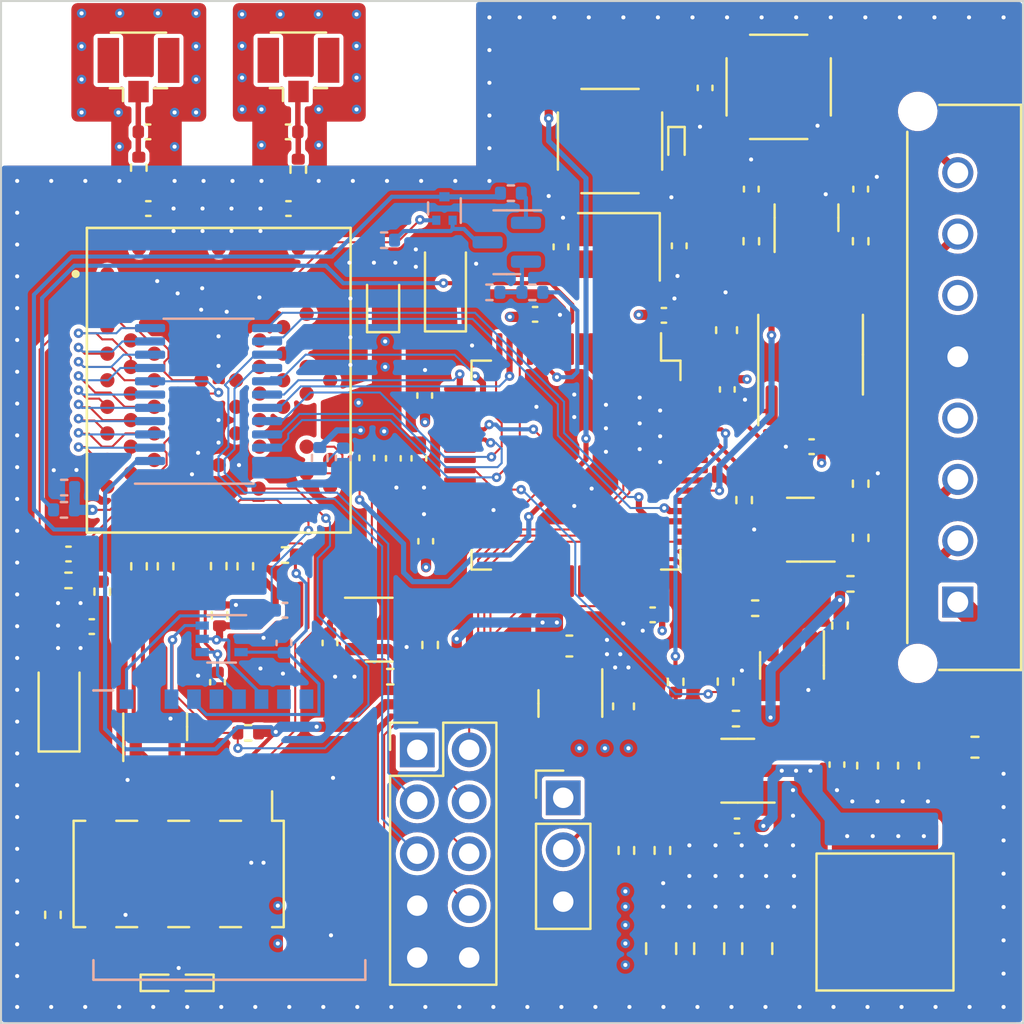
<source format=kicad_pcb>
(kicad_pcb (version 20221018) (generator pcbnew)
  (layers (0 "F.Cu" signal) (1 "In1.Cu" signal) (2 "In2.Cu" signal) (31 "B.Cu" signal) (34 "B.Paste" user) (35 "F.Paste" user) (36 "B.SilkS" user "B.Silkscreen") (37 "F.SilkS" user "F.Silkscreen") (38 "B.Mask" user) (39 "F.Mask" user) (44 "Edge.Cuts" user))
  (net 0 "")
  (net 1 "GND")
  (net 2 "NRST")
  (net 3 "HSE_IN")
  (net 4 "HSE_OUT")
  (net 5 "/power_supply/+12V_F")
  (net 6 "Net-(C19-Pad1)")
  (net 7 "Net-(C20-Pad1)")
  (net 8 "PWRKEY")
  (net 9 "+1V8")
  (net 10 "SIM_VDD")
  (net 11 "USB_VBUS")
  (net 12 "ANT_MAIN")
  (net 13 "ANT_GNSS")
  (net 14 "CAN_H")
  (net 15 "CAN_L")
  (net 16 "SIM_DET")
  (net 17 "USB_BOOT")
  (net 18 "USBPHY")
  (net 19 "RESET_N")
  (net 20 "+12V")
  (net 21 "SWDIO")
  (net 22 "DBG_TX")
  (net 23 "SWCLK")
  (net 24 "DBG_RX")
  (net 25 "SWO")
  (net 26 "Net-(J6-Pin_2)")
  (net 27 "ISO_K")
  (net 28 "ISO_L")
  (net 29 "Net-(Q1-B)")
  (net 30 "Net-(Q2-B)")
  (net 31 "Net-(Q3-B)")
  (net 32 "Net-(Q6-G)")
  (net 33 "PON_TRIG")
  (net 34 "Net-(Q7-C)")
  (net 35 "Net-(Q7-B)")
  (net 36 "BOOT0")
  (net 37 "K_Line_TX")
  (net 38 "L_Line")
  (net 39 "K_Line_RX")
  (net 40 "BAT_V")
  (net 41 "IoT_PWR")
  (net 42 "Net-(U8-EN)")
  (net 43 "+3V3")
  (net 46 "SIM_RST")
  (net 47 "SIM_CLK")
  (net 48 "SIM_DATA")
  (net 49 "USB_D-")
  (net 50 "USB_D+")
  (net 51 "PON_TRIG_MCU")
  (net 52 "AP_READY_MCU")
  (net 53 "AP_READY")
  (net 59 "IoT_CTS")
  (net 60 "IoT_RTS")
  (net 61 "IoT_TX")
  (net 62 "IoT_RX")
  (net 63 "IoT_RI")
  (net 64 "IoT_DTR")
  (net 78 "CAN_S")
  (net 80 "CAN_RX")
  (net 81 "CAN_TX")
  (net 83 "GNSS_TX")
  (net 84 "GNSS_RX")
  (net 90 "GNSS_RXD")
  (net 92 "MAIN_RXD")
  (net 93 "MAIN_TXD")
  (net 103 "GNSS_TXD")
  (net 105 "MAIN_RTS")
  (net 106 "MAIN_CTS")
  (net 110 "DBG_TXD")
  (net 111 "DBG_RXD")
  (net 112 "MAIN_DTR")
  (net 115 "MAIN_RI")
  (net 128 "USB_VBUS_5")
  (net 129 "USB_BOOT_VCC")
  (net 130 "/power_supply/SW")
  (net 131 "/power_supply/BST")
  (net 132 "/power_supply/FB")
  (net 136 "/iot_module/sim/SIM_CL")
  (net 137 "/iot_module/sim/SIM_DAT")
  (net 138 "USB_D-_5")
  (net 139 "USB_D+_5")
  (net 140 "/iot_module/antenna/ANT_M")
  (net 141 "/iot_module/antenna/ANT_G")
  (net 142 "/iot_module/sim/SIM_RES")
  (footprint "Capacitor_SMD:C_0402_1005Metric" (layer "F.Cu") (at 152.135 84.975001)
    (fp_text reference "C4" hide)
    (fp_text value "100n" hide)
  )
  (footprint "Capacitor_SMD:C_0402_1005Metric" (layer "F.Cu") (at 146.45 92.02 -90)
    (fp_text reference "C23" hide)
    (fp_text value "100n" hide)
  )
  (footprint "Capacitor_SMD:C_0402_1005Metric" (layer "F.Cu") (at 165.66 91.450001 180)
    (fp_text reference "C18" hide)
    (fp_text value "100n" hide)
  )
  (footprint "Package_TO_SOT_SMD:SOT-23" (layer "F.Cu") (at 153.86 104.012501 -90)
    (fp_text reference "U6" hide)
    (fp_text value "AP2120N-1.8" hide)
  )
  (footprint "Capacitor_SMD:C_0402_1005Metric_Pad0.74x0.62mm_HandSolder" (layer "F.Cu") (at 159.185 81.625001 -90)
    (fp_text reference "C9" hide)
    (fp_text value "8p" hide)
  )
  (footprint "Resistor_SMD:R_0402_1005Metric" (layer "F.Cu") (at 162.9 99.35 180)
    (fp_text reference "R8" hide)
    (fp_text value "2k2" hide)
  )
  (footprint "Capacitor_SMD:C_0402_1005Metric_Pad0.74x0.62mm_HandSolder" (layer "F.Cu") (at 153.4 81.675002 90)
    (fp_text reference "C10" hide)
    (fp_text value "8p" hide)
  )
  (footprint "Capacitor_SMD:C_0603_1608Metric" (layer "F.Cu") (at 161.5 85.75 90)
    (fp_text reference "C1" hide)
    (fp_text value "4u7" hide)
  )
  (footprint "tme_library:VLS6045AF" (layer "F.Cu") (at 169.25 114.7 90)
    (fp_text reference "L1" hide)
    (fp_text value "3u3" hide)
  )
  (footprint "Capacitor_SMD:C_0402_1005Metric_Pad0.74x0.62mm_HandSolder" (layer "F.Cu") (at 168.06 78.850001 90)
    (fp_text reference "C19" hide)
    (fp_text value "560p" hide)
  )
  (footprint "Connector_Coaxial:U.FL_Hirose_U.FL-R-SMT-1_Vertical" (layer "F.Cu") (at 140.56 73.025001 90)
    (fp_text reference "AE1" hide)
    (fp_text value "IoT_ANT" hide)
  )
  (footprint "Capacitor_SMD:C_0402_1005Metric" (layer "F.Cu") (at 161.535 88.650001 -90)
    (fp_text reference "C2" hide)
    (fp_text value "100n" hide)
  )
  (footprint "Resistor_SMD:R_0402_1005Metric" (layer "F.Cu") (at 137.96 97.300001 -90)
    (fp_text reference "R30" hide)
    (fp_text value "0R" hide)
  )
  (footprint "Resistor_SMD:R_0402_1005Metric_Pad0.72x0.64mm_HandSolder" (layer "F.Cu") (at 156.6 111.2 90)
    (fp_text reference "R2" hide)
    (fp_text value "33k2" hide)
  )
  (footprint "Capacitor_SMD:C_0402_1005Metric" (layer "F.Cu") (at 146.785 96.075001 90)
    (fp_text reference "C7" hide)
    (fp_text value "100n" hide)
  )
  (footprint "Diode_SMD:D_SOD-923" (layer "F.Cu") (at 135.5475 117.675 180)
    (fp_text reference "D9" hide)
    (fp_text value "ESD9L3.3" hide)
  )
  (footprint "Package_TO_SOT_SMD:SOT-23" (layer "F.Cu") (at 165.41 80.250001 90)
    (fp_text reference "D1" hide)
    (fp_text value "PESD2CAN" hide)
  )
  (footprint "Resistor_SMD:R_0402_1005Metric" (layer "F.Cu") (at 132.76 97.300001 -90)
    (fp_text reference "R35" hide)
    (fp_text value "0R" hide)
  )
  (footprint "Capacitor_SMD:C_0402_1005Metric" (layer "F.Cu") (at 140.07 79.8 180)
    (fp_text reference "C38" hide)
    (fp_text value "NM" hide)
  )
  (footprint "Resistor_SMD:R_0402_1005Metric" (layer "F.Cu") (at 140.55 77.9 90)
    (fp_text reference "R38" hide)
    (fp_text value "0R" hide)
  )
  (footprint "Connector_PinHeader_2.54mm:PinHeader_2x04_P2.54mm_Vertical_SMD" (layer "F.Cu") (at 134.7 112.35 -90)
    (fp_text reference "J2" hide)
    (fp_text value "USB" hide)
  )
  (footprint "Resistor_SMD:R_0402_1005Metric" (layer "F.Cu") (at 134.06 97.300001 -90)
    (fp_text reference "R36" hide)
    (fp_text value "0R" hide)
  )
  (footprint "tme_library:XKB_TS_1187A" (layer "F.Cu") (at 155.8 76.5)
    (fp_text reference "SW3" hide)
    (fp_text value "IoT_RST" hide)
  )
  (footprint "Capacitor_SMD:C_0402_1005Metric" (layer "F.Cu") (at 133.205 76.050001)
    (fp_text reference "C41" hide)
    (fp_text value "NM" hide)
  )
  (footprint "Resistor_SMD:R_0402_1005Metric" (layer "F.Cu") (at 132.75 77.8 90)
    (fp_text reference "R39" hide)
    (fp_text value "0R" hide)
  )
  (footprint "436500827:MOLEX_436500827" (layer "F.Cu") (at 172.81 99.05 -90)
    (fp_text reference "J7" hide)
    (fp_text value "OBD" hide)
  )
  (footprint "Resistor_SMD:R_0402_1005Metric" (layer "F.Cu") (at 167.56 98.160001)
    (fp_text reference "R7" hide)
    (fp_text value "510R" hide)
  )
  (footprint "Resistor_SMD:R_0402_1005Metric" (layer "F.Cu") (at 136.7 99.7 -90)
    (fp_text reference "R32" hide)
    (fp_text value "15k" hide)
  )
  (footprint "Resistor_SMD:R_0402_1005Metric" (layer "F.Cu") (at 168.06 81.400001 90)
    (fp_text reference "R4" hide)
    (fp_text value "100R" hide)
  )
  (footprint "Resistor_SMD:R_0402_1005Metric" (layer "F.Cu") (at 129.31 97.990001)
    (fp_text reference "R34" hide)
    (fp_text value "10k" hide)
  )
  (footprint "Capacitor_SMD:C_0402_1005Metric" (layer "F.Cu") (at 162.01 110.000001 180)
    (fp_text reference "C14" hide)
    (fp_text value "100n" hide)
  )
  (footprint "Connector_Coaxial:U.FL_Hirose_U.FL-R-SMT-1_Vertical" (layer "F.Cu") (at 132.735 73.030001 90)
    (fp_text reference "AE2" hide)
    (fp_text value "GNSS_ANT" hide)
  )
  (footprint "Resistor_SMD:R_0402_1005Metric" (layer "F.Cu") (at 167.05 100.2 -90)
    (fp_text reference "R9" hide)
    (fp_text value "510R" hide)
  )
  (footprint "Capacitor_SMD:C_0402_1005Metric" (layer "F.Cu") (at 129.31 96.700001 180)
    (fp_text reference "C37" hide)
    (fp_text value "10n" hide)
  )
  (footprint "Capacitor_SMD:C_0603_1608Metric" (layer "F.Cu") (at 168.4 107.05 -90)
    (fp_text reference "C13" hide)
    (fp_text value "10u" hide)
  )
  (footprint "Package_TO_SOT_SMD:SOT-23" (layer "F.Cu") (at 133.55 105.15 90)
    (fp_text reference "D7" hide)
    (fp_text value "PESD5V0X1BT,215" hide)
  )
  (footprint "Capacitor_SMD:C_0805_2012Metric" (layer "F.Cu") (at 160.65 116 90)
    (fp_text reference "C16" hide)
    (fp_text value "22u" hide)
  )
  (footprint "Resistor_SMD:R_0402_1005Metric" (layer "F.Cu") (at 130.96 98.540001 -90)
    (fp_text reference "R33" hide)
    (fp_text value "20k" hide)
  )
  (footprint "Connector_PinHeader_2.54mm:PinHeader_1x03_P2.54mm_Vertical" (layer "F.Cu") (at 153.51 108.625001)
    (fp_text reference "J6" hide)
    (fp_text value "BOOT" hide)
  )
  (footprint "Fuse:Fuse_0603_1608Metric_Pad1.05x0.95mm_HandSolder" (layer "F.Cu") (at 173.65 106.15 180)
    (fp_text reference "F1" hide)
    (fp_text value "2A" hide)
  )
  (footprint "Resistor_SMD:R_0402_1005Metric" (layer "F.Cu") (at 159.01 102.950001 -90)
    (fp_text reference "R1" hide)
    (fp_text value "10k" hide)
  )
  (footprint "Capacitor_SMD:C_0402_1005Metric" (layer "F.Cu") (at 136.6 102.97 -90)
    (fp_text reference "C34" hide)
    (fp_text value "33p" hide)
  )
  (footprint "Diode_SMD:D_SOD-923" (layer "F.Cu") (at 133.7 117.675)
    (fp_text reference "D8" hide)
    (fp_text value "ESD9L3.3" hide)
  )
  (footprint "Capacitor_SMD:C_0402_1005Metric" (layer "F.Cu") (at 158.435 85.025001)
    (fp_text reference "C3" hide)
    (fp_text value "100n" hide)
  )
  (footprint "Resistor_SMD:R_0402_1005Metric" (layer "F.Cu") (at 168.06 95.910001 90)
    (fp_text reference "R10" hide)
    (fp_text value "100k" hide)
  )
  (footprint "Capacitor_SMD:C_0603_1608Metric" (layer "F.Cu") (at 170.4 107.05 -90)
    (fp_text reference "C12" hide)
    (fp_text value "10u" hide)
  )
  (footprint "Resistor_SMD:R_0402_1005Metric" (layer "F.Cu") (at 168.06 93.260001 90)
    (fp_text reference "R11" hide)
    (fp_text value "27k" hide)
  )
  (footprint "Capacitor_SMD:C_0402_1005Metric" (layer "F.Cu") (at 142.1 101.05 -90)
    (fp_text reference "C25" hide)
    (fp_text value "10n" hide)
  )
  (footprint "Capacitor_SMD:C_0402_1005Metric" (layer "F.Cu") (at 130.45 100.25)
    (fp_text reference "C36" hide)
    (fp_text value "100n" hide)
  )
  (footprint "Package_TO_SOT_SMD:SOT-23" (layer "F.Cu") (at 165.11 95.510001 180)
    (fp_text reference "Q1" hide)
    (fp_text value "s8050" hide)
  )
  (footprint "Capacitor_SMD:C_0805_2012Metric" (layer "F.Cu") (at 158.3 116 90)
    (fp_text reference "C17" hide)
    (fp_text value "22u" hide)
  )
  (footprint "Resistor_SMD:R_0402_1005Metric" (layer "F.Cu") (at 145.05 102.7)
    (fp_text reference "R15" hide)
    (fp_text value "47k" hide)
  )
  (footprint "Diode_SMD:D_SOD-123F" (layer "F.Cu") (at 147.75 83.6 90)
    (fp_text reference "D11" hide)
    (fp_text value "TPSMF4L5.0A" hide)
  )
  (footprint "Capacitor_SMD:C_0402_1005Metric" (layer "F.Cu") (at 146.735 88.950001 90)
    (fp_text reference "C6" hide)
    (fp_text value "100n" hide)
  )
  (footprint "Capacitor_SMD:C_0402_1005Metric" (layer "F.Cu") (at 139.9 99.45)
    (fp_text reference "C35" hide)
    (fp_text value "33p" hide)
  )
  (footprint "Capacitor_SMD:C_0402_1005Metric" (layer "F.Cu") (at 145.2 92.02 -90)
    (fp_text reference "C22" hide)
    (fp_text value "33p" hide)
  )
  (footprint "Package_QFP:LQFP-64_10x10mm_P0.5mm" (layer "F.Cu") (at 154.135 92.350001 -90)
    (fp_text reference "U1" hide)
    (fp_text value "STM32L431RCTx" hide)
  )
  (footprint "Capacitor_SMD:C_0603_1608Metric" (layer "F.Cu") (at 156.46 104.150001 90)
    (fp_text reference "C28" hide)
    (fp_text value "1u" hide)
  )
  (footprint "Capacitor_SMD:C_0402_1005Metric" (layer "F.Cu") (at 157.885 99.675001 180)
    (fp_text reference "C5" hide)
    (fp_text value "100n" hide)
  )
  (footprint "Resistor_SMD:R_0402_1005Metric" (layer "F.Cu") (at 138.1 105.45 180)
    (fp_text reference "R31" hide)
    (fp_text value "51k" hide)
  )
  (footprint "Package_TO_SOT_SMD:SOT-23" (layer "F.Cu") (at 144.512499 100.4)
    (fp_text reference "Q3" hide)
    (fp_text value "s8050" hide)
  )
  (footprint "Resistor_SMD:R_0402_1005Metric" (layer "F.Cu") (at 147 101.15 -90)
    (fp_text reference "R14" hide)
    (fp_text value "4k7" hide)
  )
  (footprint "Capacitor_SMD:C_0402_1005Metric" (layer "F.Cu") (at 166.9 107 -90)
    (fp_text reference "C11" hide)
    (fp_text value "100n" hide)
  )
  (footprint "Crystal:Crystal_SMD_3225-4Pin_3.2x2.5mm" (layer "F.Cu") (at 156.235 81.675001 180)
    (fp_text reference "Y1" hide)
    (fp_text value "16 MHz" hide)
  )
  (footprint "Package_TO_SOT_SMD:SOT-23-6" (layer "F.Cu") (at 162.0475 107.300001 180)
    (fp_text reference "U2" hide)
    (fp_text value "TPS562201" hide)
  )
  (footprint "Capacitor_SMD:C_0402_1005Metric" (layer "F.Cu") (at 140.05 76.05 180)
    (fp_text reference "C39" hide)
    (fp_text value "NM" hide)
  )
  (footprint "Connector_PinHeader_2.54mm:PinHeader_2x05_P2.54mm_Vertical" (layer "F.Cu") (at 146.37 106.280001)
    (fp_text reference "J5" hide)
    (fp_text value "Debug" hide)
  )
  (footprint "Package_SO:SOIC-8_3.9x4.9mm_P1.27mm" (layer "F.Cu") (at 165.61 86.950001 90)
    (fp_text reference "U3" hide)
    (fp_text value "SN65HVD231" hide)
  )
  (footprint "Resistor_SMD:R_0402_1005Metric" (layer "F.Cu") (at 128.55 114.35 90)
    (fp_text reference "R37" hide)
    (fp_text value "10k" hide)
  )
  (footprint "Diode_SMD:D_SOD-923" (layer "F.Cu") (at 159.05 76.6725 -90)
    (fp_text reference "D10" hide)
    (fp_text value "ESD9L3.3" hide)
  )
  (footprint "Resistor_SMD:R_0402_1005Metric" (layer "F.Cu") (at 161.96 104.750001 180)
    (fp_text reference "R12" hide)
    (fp_text value "100k" hide)
  )
  (footprint "Resistor_SMD:R_0402_1005Metric" (layer "F.Cu") (at 161.45 102.94 90)
    (fp_text reference "R13" hide)
    (fp_text value "27k" hide)
  )
  (footprint "Resistor_SMD:R_0402_1005Metric" (layer "F.Cu") (at 162.71 81.400001 90)
    (fp_text reference "R5" hide)
    (fp_text value "100R" hide)
  )
  (footprint "Package_TO_SOT_SMD:SOT-23" (layer "F.Cu") (at 164.7 102.15 -90)
    (fp_text reference "Q2" hide)
    (fp_text value "s8050" hide)
  )
  (footprint "Capacitor_SMD:C_0402_1005Metric" (layer "F.Cu") (at 160.45 73.9 -90)
    (fp_text reference "C8" hide)
    (fp_text value "100n" hide)
  )
  (footprint "Diode_SMD:D_SOD-123F" (layer "F.Cu") (at 128.85 104.15 90)
    (fp_text reference "D6" hide)
    (fp_text value "TPSMF4L5.0A" hide)
  )
  (footprint "Capacitor_SMD:C_0402_1005Metric_Pad0.74x0.62mm_HandSolder" (layer "F.Cu") (at 162.71 78.850001 90)
    (fp_text reference "C20" hide)
    (fp_text value "560p" hide)
  )
  (footprint "Capacitor_SMD:C_0805_2012Metric" (layer "F.Cu") (at 163 116 90)
    (fp_text reference "C15" hide)
    (fp_text value "22u" hide)
  )
  (footprint "tme_library:XKB_TS_1187A" (layer "F.Cu") (at 164.05 73.85 180)
    (fp_text reference "SW1" hide)
    (fp_text value "RST" hide)
  )
  (footprint "Capacitor_SMD:C_0603_1608Metric" (layer "F.Cu") (at 153.81 101.200001)
    (fp_text reference "C29" hide)
    (fp_text value "1u" hide)
  )
  (footprint "Capacitor_Tantalum_SMD:CP_EIA-1608-08_AVX-J" (layer "F.Cu") (at 144.7 84.3375 90)
    (fp_text reference "C24" hide)
    (fp_text value "100u" hide)
  )
  (footprint "Resistor_SMD:R_0402_1005Metric_Pad0.72x0.64mm_HandSolder" (layer "F.Cu") (at 158.36 111.200001 -90)
    (fp_text reference "R3" hide)
    (fp_text value "10k" hide)
  )
  (footprint "Capacitor_SMD:C_0402_1005Metric" (layer "F.Cu") (at 133.215 79.800001)
    (fp_text reference "C40" hide)
    (fp_text value "NM" hide)
  )
  (footprint "Resistor_SMD:R_0402_1005Metric" (layer "F.Cu") (at 136.66 97.290002 -90)
    (fp_text reference "R29" hide)
    (fp_text value "0R" hide)
  )
  (footprint "BG77LA-64-SGNS:MODULE_BG77LA-64-SGNS" (layer "F.Cu") (at 136.66 88.200001)
    (fp_text reference "U4" hide)
    (fp_text value "BG77LA-64-SGNS" hide)
  )
  (footprint "Resistor_SMD:R_0402_1005Metric" (layer "F.Cu") (at 162.36 94.060001 90)
    (fp_text reference "R6" hide)
    (fp_text value "2k2" hide)
  )
  (footprint "Capacitor_SMD:C_0402_1005Metric" (layer "F.Cu") (at 143.9 92 -90)
    (fp_text reference "C21" hide)
    (fp_text value "10p" hide)
  )
  (footprint "Resistor_SMD:R_0402_1005Metric" (layer "F.Cu") (at 139.9 96.75 180)
    (fp_text reference "R28" hide)
    (fp_text value "0R" hide)
  )
  (footprint "Package_SO:TSSOP-24_4.4x7.8mm_P0.65mm" (layer "B.Cu") (at 136.1625 89.225)
    (fp_text reference "U8" hide)
    (fp_text value "NVT2010" hide)
  )
  (footprint "Capacitor_SMD:C_0402_1005Metric" (layer "B.Cu") (at 142.75 92 -90)
    (fp_text reference "C27" hide)
    (fp_text value "100n" hide)
  )
  (footprint "Resistor_SMD:R_0402_1005Metric" (layer "B.Cu") (at 152 83.9 180)
    (fp_text reference "R41" hide)
    (fp_text value "10k" hide)
  )
  (footprint "Capacitor_SMD:C_0402_1005Metric" (layer "B.Cu") (at 139.9 99.45)
    (fp_text reference "C32" hide)
    (fp_text value "100n" hide)
  )
  (footprint "Capacitor_SMD:C_0402_1005Metric" (layer "B.Cu") (at 139.85 101.05 90)
    (fp_text reference "C33" hide)
    (fp_text value "33p" hide)
  )
  (footprint "Resistor_SMD:R_0402_1005Metric" (layer "B.Cu") (at 141.6 92 -90)
    (fp_text reference "R16" hide)
    (fp_text value "200k" hide)
  )
  (footprint "Resistor_SMD:R_0402_1005Metric" (layer "B.Cu") (at 150.95 79.05)
    (fp_text reference "R40" hide)
    (fp_text value "10k" hide)
  )
  (footprint "Resistor_SMD:R_0402_1005Metric" (layer "B.Cu") (at 129.1 93.45 180)
    (fp_text reference "R45" hide)
    (fp_text value "10k" hide)
  )
  (footprint "Resistor_SMD:R_0402_1005Metric" (layer "B.Cu") (at 144.75 81.35 180)
    (fp_text reference "R43" hide)
    (fp_text value "100k" hide)
  )
  (footprint "Package_TO_SOT_SMD:SOT-723" (layer "B.Cu") (at 147.7 79.8 90)
    (fp_text reference "Q6" hide)
    (fp_text value "RUM001L02T2CL" hide)
  )
  (footprint "Resistor_SMD:R_0402_1005Metric" (layer "B.Cu") (at 149.9 83.9 180)
    (fp_text reference "R42" hide)
    (fp_text value "100k" hide)
  )
  (footprint "Resistor_SMD:R_0402_1005Metric" (layer "B.Cu") (at 129.09 94.540001)
    (fp_text reference "R44" hide)
    (fp_text value "10k" hide)
  )
  (footprint "Package_TO_SOT_SMD:SOT-23" (layer "B.Cu") (at 150.75 81.45 180)
    (fp_text reference "Q7" hide)
    (fp_text value "s8050" hide)
  )
  (footprint "693023010811:693023010811" (layer "B.Cu") (at 137.18 103.8 180)
    (fp_text reference "J3" hide)
    (fp_text value "693023010811" hide)
  )
  (footprint "Package_TO_SOT_SMD:SOT-363_SC-70-6" (layer "B.Cu") (at 136.8 100.85 180)
    (fp_text reference "D5" hide)
    (fp_text value "PESD5V0L5UY" hide)
  )
  (gr_line (start 126.01 69.650001) (end 176.01 69.650001) (stroke (width 0.1)) (layer "Edge.Cuts"))
  (gr_line (start 176.01 69.650001) (end 176.01 119.650001) (stroke (width 0.1)) (layer "Edge.Cuts"))
  (gr_line (start 126.01 119.650001) (end 126.01 69.650001) (stroke (width 0.1)) (layer "Edge.Cuts"))
  (gr_line (start 176.01 119.650001) (end 126.01 119.650001) (stroke (width 0.1)) (layer "Edge.Cuts"))
  (segment (start 146.75 88.455001) (end 146.735 88.470001) (width 0.5) (layer "F.Cu") (net 1))
  (segment (start 152.385 85.205001) (end 152.385 86.675001) (width 0.3) (layer "F.Cu") (net 1))
  (segment (start 157.4 99.670001) (end 157.385 99.655001) (width 0.3) (layer "F.Cu") (net 1))
  (segment (start 146.79 95.600001) (end 146.785 95.595001) (width 0.3) (layer "F.Cu") (net 1))
  (segment (start 168.060001 92.75) (end 168.06 92.750001) (width 0.3) (layer "F.Cu") (net 1))
  (segment (start 157.4 100.45) (end 157.405 100.445) (width 0.3) (layer "F.Cu") (net 1))
  (segment (start 162.4 89.15) (end 161.554999 89.15) (width 0.3) (layer "F.Cu") (net 1))
  (segment (start 157.385 99.655001) (end 157.385 98.025001) (width 0.3) (layer "F.Cu") (net 1))
  (segment (start 164.400001 91.450001) (end 164.4 91.45) (width 0.5) (layer "F.Cu") (net 1))
  (segment (start 148.46 95.600001) (end 146.79 95.600001) (width 0.3) (layer "F.Cu") (net 1))
  (segment (start 142.1 102.45) (end 142.35 102.7) (width 0.5) (layer "F.Cu") (net 1))
  (segment (start 136.893884 93.500001) (end 136.193883 92.8) (width 0.15) (layer "F.Cu") (net 1))
  (segment (start 159.81 89.100001) (end 161.505 89.100001) (width 0.3) (layer "F.Cu") (net 1))
  (segment (start 137.31 93.500001) (end 136.893884 93.500001) (width 0.15) (layer "F.Cu") (net 1))
  (segment (start 143.3 102.7) (end 142.35 102.7) (width 0.5) (layer "F.Cu") (net 1))
  (segment (start 143.3 102.7) (end 144.49 102.7) (width 0.5) (layer "F.Cu") (net 1))
  (segment (start 153.35 85) (end 153.325001 84.975001) (width 0.3) (layer "F.Cu") (net 1))
  (segment (start 146.8 95.580001) (end 146.785 95.595001) (width 0.5) (layer "F.Cu") (net 1))
  (segment (start 148.46 89.100001) (end 147.407965 89.100001) (width 0.3) (layer "F.Cu") (net 1))
  (segment (start 136.193883 92.8) (end 135.35 92.8) (width 0.15) (layer "F.Cu") (net 1))
  (segment (start 152.8 78.375001) (end 152.8 78.375) (width 0.5) (layer "F.Cu") (net 1))
  (segment (start 161.505 89.100001) (end 161.535 89.130001) (width 0.3) (layer "F.Cu") (net 1))
  (segment (start 142.1 101.53) (end 142.1 102.45) (width 0.5) (layer "F.Cu") (net 1))
  (segment (start 152.590001 85) (end 152.385 85.205001) (width 0.3) (layer "F.Cu") (net 1))
  (segment (start 161.554999 89.15) (end 161.535 89.130001) (width 0.3) (layer "F.Cu") (net 1))
  (via (at 131.8 78.45) (size 0.46) (drill 0.2) (layers "F.Cu" "B.Cu") (net 1))
  (via (at 133.65 83.35) (size 0.46) (drill 0.2) (layers "F.Cu" "B.Cu") (net 1))
  (via (at 135.866668 79.8) (size 0.46) (drill 0.2) (layers "F.Cu" "B.Cu") (net 1))
  (via (at 155.6 90.55) (size 0.46) (drill 0.2) (layers "F.Cu" "B.Cu") (net 1))
  (via (at 168.9 92.75) (size 0.46) (drill 0.2) (layers "F.Cu" "B.Cu") (net 1))
  (via (at 161.45 83.9) (size 0.46) (drill 0.2) (layers "F.Cu" "B.Cu") (net 1))
  (via (at 153.35 85) (size 0.46) (drill 0.2) (layers "F.Cu" "B.Cu") (net 1))
  (via (at 126.8 106.453842) (size 0.46) (drill 0.2) (layers "F.Cu" "B.Cu") (net 1))
  (via (at 175.05 118.855) (size 0.46) (drill 0.2) (layers "F.Cu" "B.Cu") (net 1))
  (via (at 135.55 75.1) (size 0.46) (drill 0.2) (layers "F.Cu" "B.Cu") (net 1))
  (via (at 163.52 113.95) (size 0.46) (drill 0.2) (layers "F.Cu" "B.Cu") (net 1))
  (via (at 149.25 82.5) (size 0.46) (drill 0.2) (layers "F.Cu" "B.Cu") (net 1))
  (via (at 133.683332 70.25) (size 0.46) (drill 0.2) (layers "F.Cu" "B.Cu") (net 1))
  (via (at 138.85 100.8) (size 0.46) (drill 0.2) (layers "F.Cu" "B.Cu") (net 1))
  (via (at 148.429309 118.855) (size 0.46) (drill 0.2) (layers "F.Cu" "B.Cu") (net 1))
  (via (at 126.8 86.228845) (size 0.46) (drill 0.2) (layers "F.Cu" "B.Cu") (net 1))
  (via (at 137.8 73.4) (size 0.46) (drill 0.2) (layers "F.Cu" "B.Cu") (net 1))
  (via (at 131.791379 118.855) (size 0.46) (drill 0.2) (layers "F.Cu" "B.Cu") (net 1))
  (via (at 130.127586 118.855) (size 0.46) (drill 0.2) (layers "F.Cu" "B.Cu") (net 1))
  (via (at 160.96 113.95) (size 0.46) (drill 0.2) (layers "F.Cu" "B.Cu") (net 1))
  (via (at 144.89 78.45) (size 0.46) (drill 0.2) (layers "F.Cu" "B.Cu") (net 1))
  (via (at 126.8 94.00769) (size 0.46) (drill 0.2) (layers "F.Cu" "B.Cu") (net 1))
  (via (at 146.75 87.7) (size 0.46) (drill 0.2) (layers "F.Cu" "B.Cu") (net 1))
  (via (at 135.55 73.483332) (size 0.46) (drill 0.2) (layers "F.Cu" "B.Cu") (net 1))
  (via (at 159.68 113.95) (size 0.46) (drill 0.2) (layers "F.Cu" "B.Cu") (net 1))
  (via (at 154.9 93.5) (size 0.46) (drill 0.2) (layers "F.Cu" "B.Cu") (net 1))
  (via (at 155.65 101.6) (size 0.46) (drill 0.2) (layers "F.Cu" "B.Cu") (net 1))
  (via (at 126.8 118.855) (size 0.46) (drill 0.2) (layers "F.Cu" "B.Cu") (net 1))
  (via (at 150.093102 118.855) (size 0.46) (drill 0.2) (layers "F.Cu" "B.Cu") (net 1))
  (via (at 143.3 102.7) (size 0.46) (drill 0.2) (layers "F.Cu" "B.Cu") (net 1))
  (via (at 126.8 81.561538) (size 0.46) (drill 0.2) (layers "F.Cu" "B.Cu") (net 1))
  (via (at 154.05 94.35) (size 0.46) (drill 0.2) (layers "F.Cu" "B.Cu") (net 1))
  (via (at 129.95 75.1) (size 0.46) (drill 0.2) (layers "F.Cu" "B.Cu") (net 1))
  (via (at 145.101723 118.855) (size 0.46) (drill 0.2) (layers "F.Cu" "B.Cu") (net 1))
  (via (at 126.8 103.342304) (size 0.46) (drill 0.2) (layers "F.Cu" "B.Cu") (net 1))
  (via (at 159.68 112.45) (size 0.46) (drill 0.2) (layers "F.Cu" "B.Cu") (net 1))
  (via (at 175.05 70.45) (size 0.46) (drill 0.2) (layers "F.Cu" "B.Cu") (net 1))
  (via (at 135.118965 118.855) (size 0.46) (drill 0.2) (layers "F.Cu" "B.Cu") (net 1))
  (via (at 138.65 84.15) (size 0.46) (drill 0.2) (layers "F.Cu" "B.Cu") (net 1))
  (via (at 135.916666 78.45) (size 0.46) (drill 0.2) (layers "F.Cu" "B.Cu") (net 1))
  (via (at 158.95 84.2) (size 0.46) (drill 0.2) (layers "F.Cu" "B.Cu") (net 1))
  (via (at 135.55 71.866666) (size 0.46) (drill 0.2) (layers "F.Cu" "B.Cu") (net 1))
  (via (at 162.24 112.45) (size 0.46) (drill 0.2) (layers "F.Cu" "B.Cu") (net 1))
  (via (at 166.9 108.25) (size 0.46) (drill 0.2) (layers "F.Cu" "B.Cu") (net 1))
  (via (at 158.8 79.25) (size 0.46) (drill 0.2) (layers "F.Cu" "B.Cu") (net 1))
  (via (at 136.65 86.05) (size 0.46) (drill 0.2) (layers "F.Cu" "B.Cu") (net 1))
  (via (at 135.65 102.65) (size 0.46) (drill 0.2) (layers "F.Cu" "B.Cu") (net 1))
  (via (at 126.8 78.45) (size 0.46) (drill 0.2) (layers "F.Cu" "B.Cu") (net 1))
  (via (at 158.4 112.8) (size 0.46) (drill 0.2) (layers "F.Cu" "B.Cu") (net 1))
  (via (at 134.5 75.1) (size 0.46) (drill 0.2) (layers "F.Cu" "B.Cu") (net 1))
  (via (at 138.749998 78.45) (size 0.46) (drill 0.2) (layers "F.Cu" "B.Cu") (net 1))
  (via (at 126.8 95.563459) (size 0.46) (drill 0.2) (layers "F.Cu" "B.Cu") (net 1))
  (via (at 158.25 92.2) (size 0.46) (drill 0.2) (layers "F.Cu" "B.Cu") (net 1))
  (via (at 129.95 70.25) (size 0.46) (drill 0.2) (layers "F.Cu" "B.Cu") (net 1))
  (via (at 162.4 89.15) (size 0.46) (drill 0.2) (layers "F.Cu" "B.Cu") (net 1))
  (via (at 132.2 107.75) (size 0.46) (drill 0.2) (layers "F.Cu" "B.Cu") (net 1))
  (via (at 126.8 98.674997) (size 0.46) (drill 0.2) (layers "F.Cu" "B.Cu") (net 1))
  (via (at 128.466666 78.45) (size 0.46) (drill 0.2) (layers "F.Cu" "B.Cu") (net 1))
  (via (at 175.05 107.45) (size 0.46) (drill 0.2) (layers "F.Cu" "B.Cu") (net 1))
  (via (at 134.5 78.45) (size 0.46) (drill 0.2) (layers "F.Cu" "B.Cu") (net 1))
  (via (at 158.25 89.68) (size 0.46) (drill 0.2) (layers "F.Cu" "B.Cu") (net 1))
  (via (at 165.067239 118.855) (size 0.46) (drill 0.2) (layers "F.Cu" "B.Cu") (net 1))
  (via (at 134.3 104.75) (size 0.46) (drill 0.2) (layers "F.Cu" "B.Cu") (net 1))
  (via (at 141.55 78.45) (size 0.46) (drill 0.2) (layers "F.Cu" "B.Cu") (net 1))
  (via (at 146.765516 118.855) (size 0.46) (drill 0.2) (layers "F.Cu" "B.Cu") (net 1))
  (via (at 134.5 76.775) (size 0.46) (drill 0.2) (layers "F.Cu" "B.Cu") (net 1))
  (via (at 126.8 117.344225) (size 0.46) (drill 0.2) (layers "F.Cu" "B.Cu") (net 1))
  (via (at 135.8 84.75) (size 0.46) (drill 0.2) (layers "F.Cu" "B.Cu") (net 1))
  (via (at 161.523947 70.45) (size 0.46) (drill 0.2) (layers "F.Cu" "B.Cu") (net 1))
  (via (at 141.55 76.7) (size 0.46) (drill 0.2) (layers "F.Cu" "B.Cu") (net 1))
  (via (at 163.433332 112.45) (size 0.46) (drill 0.2) (layers "F.Cu" "B.Cu") (net 1))
  (via (at 146.7 93.45) (size 0.46) (drill 0.2) (layers "F.Cu" "B.Cu") (net 1))
  (via (at 143.1 86.1) (size 0.46) (drill 0.2) (layers "F.Cu" "B.Cu") (net 1))
  (via (at 163.403446 118.855) (size 0.46) (drill 0.2) (layers "F.Cu" "B.Cu") (net 1))
  (via (at 126.8 83.117307) (size 0.46) (drill 0.2) (layers "F.Cu" "B.Cu") (net 1))
  (via (at 154.05 90) (size 0.46) (drill 0.2) (layers "F.Cu" "B.Cu") (net 1))
  (via (at 157.25 89.05) (size 0.46) (drill 0.2) (layers "F.Cu" "B.Cu") (net 1))
  (via (at 138.7 79.8) (size 0.46) (drill 0.2) (layers "F.Cu" "B.Cu") (net 1))
  (via (at 137.333332 78.45) (size 0.46) (drill 0.2) (layers "F.Cu" "B.Cu") (net 1))
  (via (at 128.463793 118.855) (size 0.46) (drill 0.2) (layers "F.Cu" "B.Cu") (net 1))
  (via (at 155.65 100.9) (size 0.46) (drill 0.2) (layers "F.Cu" "B.Cu") (net 1))
  (via (at 131.816666 70.25) (size 0.46) (drill 0.2) (layers "F.Cu" "B.Cu") (net 1))
  (via (at 137.05 84.85) (size 0.46) (drill 0.2) (layers "F.Cu" "B.Cu") (net 1))
  (via (at 135.85 83.7) (size 0.46) (drill 0.2) (layers "F.Cu" "B.Cu") (net 1))
  (via (at 159.68 110.95) (size 0.46) (drill 0.2) (layers "F.Cu" "B.Cu") (net 1))
  (via (at 132.1 114.35) (size 0.46) (drill 0.2) (layers "F.Cu" "B.Cu") (net 1))
  (via (at 135.35 92.8) (size 0.46) (drill 0.2) (layers "F.Cu" "B.Cu") (net 1))
  (via (at 135.65 91.75) (size 0.46) (drill 0.2) (layers "F.Cu" "B.Cu") (net 1))
  (via (at 148.23 78.45) (size 0.46) (drill 0.2) (layers "F.Cu" "B.Cu") (net 1))
  (via (at 149.9 72.05) (size 0.46) (drill 0.2) (layers "F.Cu" "B.Cu") (net 1))
  (via (at 134.7 116.95) (size 0.46) (drill 0.2) (layers "F.Cu" "B.Cu") (net 1))
  (via (at 143.43793 118.855) (size 0.46) (drill 0.2) (layers "F.Cu" "B.Cu") (net 1))
  (via (at 158.25 90.94) (size 0.46) (drill 0.2) (layers "F.Cu" "B.Cu") (net 1))
  (via (at 153.5 80.25) (size 0.46) (drill 0.2) (layers "F.Cu" "B.Cu") (net 1))
  (via (at 146.56 78.45) (size 0.46) (drill 0.2) (layers "F.Cu" "B.Cu") (net 1))
  (via (at 170.058618 118.855) (size 0.46) (drill 0.2) (layers "F.Cu" "B.Cu") (net 1))
  (via (at 156.3 101.6) (size 0.46) (drill 0.2) (layers "F.Cu" "B.Cu") (net 1))
  (via (at 158.4 113.95) (size 0.46) (drill 0.2) (layers "F.Cu" "B.Cu") (net 1))
  (via (at 149.05 86.5) (size 0.46) (drill 0.2) (layers "F.Cu" "B.Cu") (net 1))
  (via (at 168.883333 108.8) (size 0.46) (drill 0.2) (layers "F.Cu" "B.Cu") (net 1))
  (via (at 142.25 107.65) (size 0.46) (drill 0.2) (layers "F.Cu" "B.Cu") (net 1))
  (via (at 158.142435 70.45) (size 0.46) (drill 0.2) (layers "F.Cu" "B.Cu") (net 1))
  (via (at 164.75 110.95) (size 0.46) (drill 0.2) (layers "F.Cu" "B.Cu") (net 1))
  (via (at 162.24 113.95) (size 0.46) (drill 0.2) (layers "F.Cu" "B.Cu") (net 1))
  (via (at 126.8 115.788456) (size 0.46) (drill 0.2) (layers "F.Cu" "B.Cu") (net 1))
  (via (at 129.9 99.1) (size 0.46) (drill 0.2) (layers "F.Cu" "B.Cu") (net 1))
  (via (at 165.95 75.75) (size 0.46) (drill 0.2) (layers "F.Cu" "B.Cu") (net 1))
  (via (at 166.596215 70.45) (size 0.46) (drill 0.2) (layers "F.Cu" "B.Cu") (net 1))
  (via (at 163.433332 110.95) (size 0.46) (drill 0.2) (layers "F.Cu" "B.Cu") (net 1))
  (via (at 138.749998 76.7) (size 0.46) (drill 0.2) (layers "F.Cu" "B.Cu") (net 1))
  (via (at 171.722411 118.855) (size 0.46) (drill 0.2) (layers "F.Cu" "B.Cu") (net 1))
  (via (at 175.05 109.079285) (size 0.46) (drill 0.2) (layers "F.Cu" "B.Cu") (net 1))
  (via (at 141.55 74.95) (size 0.46) (drill 0.2) (layers "F.Cu" "B.Cu") (net 1))
  (via (at 135.55 70.25) (size 0.46) (drill 0.2) (layers "F.Cu" "B.Cu") (net 1))
  (via (at 141.533332 70.3) (size 0.46) (drill 0.2) (layers "F.Cu" "B.Cu") (net 1))
  (via (at 157.4 100.45) (size 0.46) (drill 0.2) (layers "F.Cu" "B.Cu") (net 1))
  (via (at 126.8 87.784614) (size 0.46) (drill 0.2) (layers "F.Cu" "B.Cu") (net 1))
  (via (at 154.05 88.9) (size 0.46) (drill 0.2) (layers "F.Cu" "B.Cu") (net 1))
  (via (at 138.7 102.3) (size 0.46) (drill 0.2) (layers "F.Cu" "B.Cu") (net 1))
  (via (at 164.75 109.5) (size 0.46) (drill 0.2) (layers "F.Cu" "B.Cu") (net 1))
  (via (at 170.116666 108.8) (size 0.46) (drill 0.2) (layers "F.Cu" "B.Cu") (net 1))
  (via (at 159.833191 70.45) (size 0.46) (drill 0.2) (layers "F.Cu" "B.Cu") (net 1))
  (via (at 129.7 92.59) (size 0.46) (drill 0.2) (layers "F.Cu" "B.Cu") (net 1))
  (via (at 139.8 102.55) (size 0.46) (drill 0.2) (layers "F.Cu" "B.Cu") (net 1))
  (via (at 137.283334 79.8) (size 0.46) (drill 0.2) (layers "F.Cu" "B.Cu") (net 1))
  (via (at 134.65 83.95) (size 0.46) (drill 0.2) (layers "F.Cu" "B.Cu") (net 1))
  (via (at 160.2 75.8) (size 0.46) (drill 0.2) (layers "F.Cu" "B.Cu") (net 1))
  (via (at 143.4 70.3) (size 0.46) (drill 0.2) (layers "F.Cu" "B.Cu") (net 1))
  (via (at 145.85 101.25) (size 0.46) (drill 0.2) (layers "F.Cu" "B.Cu") (net 1))
  (via (at 146.3 81.8) (size 0.46) (drill 0.2) (layers "F.Cu" "B.Cu") (net 1))
  (via (at 153.070167 70.45) (size 0.46) (drill 0.2) (layers "F.Cu" "B.Cu") (net 1))
  (via (at 151.756895 118.855) (size 0.46) (drill 0.2) (layers "F.Cu" "B.Cu") (net 1))
  (via (at 160.96 112.45) (size 0.46) (drill 0.2) (layers "F.Cu" "B.Cu") (net 1))
  (via (at 166.731032 118.855) (size 0.46) (drill 0.2) (layers "F.Cu" "B.Cu") (net 1))
  (via (at 126.8 92.451921) (size 0.46) (drill 0.2) (layers "F.Cu" "B.Cu") (net 1))
  (via (at 128.8 101.3) (size 0.46) (drill 0.2) (layers "F.Cu" "B.Cu") (net 1))
  (via (at 155.6 89.4) (size 0.46) (drill 0.2) (layers "F.Cu" "B.Cu") (net 1))
  (via (at 168.286971 70.45) (size 0.46) (drill 0.2) (layers "F.Cu" "B.Cu") (net 1))
  (via (at 152.2 89.5) (size 0.46) (drill 0.2) (layers "F.Cu" "B.Cu") (net 1))
  (via (at 162.24 110.95) (size 0.46) (drill 0.2) (layers "F.Cu" "B.Cu") (net 1))
  (via (at 136.65 90.15) (size 0.46) (drill 0.2) (layers "F.Cu" "B.Cu") (net 1))
  (via (at 143.4 71.85) (size 0.46) (drill 0.2) (layers "F.Cu" "B.Cu") (net 1))
  (via (at 126.8 109.56538) (size 0.46) (drill 0.2) (layers "F.Cu" "B.Cu") (net 1))
  (via (at 175.05 112.337855) (size 0.46) (drill 0.2) (layers "F.Cu" "B.Cu") (net 1))
  (via (at 145.3 82.45) (size 0.46) (drill 0.2) (layers "F.Cu" "B.Cu") (net 1))
  (via (at 126.8 84.673076) (size 0.46) (drill 0.2) (layers "F.Cu" "B.Cu") (net 1))
  (via (at 149.9 76.85) (size 0.46) (drill 0.2) (layers "F.Cu" "B.Cu") (net 1))
  (via (at 169.977727 70.45) (size 0.46) (drill 0.2) (layers "F.Cu" "B.Cu") (net 1))
  (via (at 133.455172 118.855) (size 0.46) (drill 0.2) (layers "F.Cu" "B.Cu") (net 1))
  (via (at 128.8 100.2) (size 0.46) (drill 0.2) (layers "F.Cu" "B.Cu") (net 1))
  (via (at 126.8 112.676918) (size 0.46) (drill 0.2) (layers "F.Cu" "B.Cu") (net 1))
  (via (at 126.8 100.230766) (size 0.46) (drill 0.2) (layers "F.Cu" "B.Cu") (net 1))
  (via (at 156.45 100.1) (size 0.46) (drill 0.2) (layers "F.Cu" "B.Cu") (net 1))
  (via (at 138.7 80.9) (size 0.46) (drill 0.2) (layers "F.Cu" "B.Cu") (net 1))
  (via (at 157.25 90.31) (size 0.46) (drill 0.2) (layers "F.Cu" "B.Cu") (net 1))
  (via (at 143.1 87.45) (size 0.46) (drill 0.2) (layers "F.Cu" "B.Cu") (net 1))
  (via (at 138.446551 118.855) (size 0.46) (drill 0.2) (layers "F.Cu" "B.Cu") (net 1))
  (via (at 156.05 102.25) (size 0.46) (drill 0.2) (layers "F.Cu" "B.Cu") (net 1))
  (via (at 149.9 78.45) (size 0.46) (drill 0.2) (layers "F.Cu" "B.Cu") (net 1))
  (via (at 171.35 108.8) (size 0.46) (drill 0.2) (layers "F.Cu" "B.Cu") (net 1))
  (via (at 134.450002 80.9) (size 0.46) (drill 0.2) (layers "F.Cu" "B.Cu") (net 1))
  (via (at 168.85 78.25) (size 0.46) (drill 0.2) (layers "F.Cu" "B.Cu") (net 1))
  (via (at 156.451679 70.45) (size 0.46) (drill 0.2) (layers "F.Cu" "B.Cu") (net 1))
  (via (at 173.386204 118.855) (size 0.46) (drill 0.2) (layers "F.Cu" "B.Cu") (net 1))
  (via (at 129.95 71.866666) (size 0.46) (drill 0.2) (layers "F.Cu" "B.Cu") (net 1))
  (via (at 141.774137 118.855) (size 0.46) (drill 0.2) (layers "F.Cu" "B.Cu") (net 1))
  (via (at 154.760923 70.45) (size 0.46) (drill 0.2) (layers "F.Cu" "B.Cu") (net 1))
  (via (at 131.8 76.775) (size 0.46) (drill 0.2) (layers "F.Cu" "B.Cu") (net 1))
  (via (at 143.05 82.45) (size 0.46) (drill 0.2) (layers "F.Cu" "B.Cu") (net 1))
  (via (at 126.8 104.898073) (size 0.46) (drill 0.2) (layers "F.Cu" "B.Cu") (net 1))
  (via (at 150.1 94.55) (size 0.46) (drill 0.2) (layers "F.Cu" "B.Cu") (net 1))
  (via (at 145.35 93.45) (size 0.46) (drill 0.2) (layers "F.Cu" "B.Cu") (net 1))
  (via (at 135.866668 80.9) (size 0.46) (drill 0.2) (layers "F.Cu" "B.Cu") (net 1))
  (via (at 136.782758 118.855) (size 0.46) (drill 0.2) (layers "F.Cu" "B.Cu") (net 1))
  (via (at 138.25 111.8) (size 0.46) (drill 0.2) (layers "F.Cu" "B.Cu") (net 1))
  (via (at 126.8 114.232687) (size 0.46) (drill 0.2) (layers "F.Cu" "B.Cu") (net 1))
  (via (at 137.65 92.35) (size 0.46) (drill 0.2) (layers "F.Cu" "B.Cu") (net 1))
  (via (at 142.15 115.35) (size 0.46) (drill 0.2) (layers "F.Cu" "B.Cu") (net 1))
  (via (at 126.8 90.896152) (size 0.46) (drill 0.2) (layers "F.Cu" "B.Cu") (net 1))
  (via (at 146.7 94.75) (size 0.46) (drill 0.2) (layers "F.Cu" "B.Cu") (net 1))
  (via (at 156.7 102.25) (size 0.46) (drill 0.2) (layers "F.Cu" "B.Cu") (net 1))
  (via (at 137.8 71.85) (size 0.46) (drill 0.2) (layers "F.Cu" "B.Cu") (net 1))
  (via (at 140.110344 118.855) (size 0.46) (drill 0.2) (layers "F.Cu" "B.Cu") (net 1))
  (via (at 126.8 108.009611) (size 0.46) (drill 0.2) (layers "F.Cu" "B.Cu") (net 1))
  (via (at 126.8 97.119228) (size 0.46) (drill 0.2) (layers "F.Cu" "B.Cu") (net 1))
  (via (at 159.1 83.1) (size 0.46) (drill 0.2) (layers "F.Cu" "B.Cu") (net 1))
  (via (at 164.8 113.95) (size 0.46) (drill 0.2) (layers "F.Cu" "B.Cu") (net 1))
  (via (at 131.75 75.1) (size 0.46) (drill 0.2) (layers "F.Cu" "B.Cu") (net 1))
  (via (at 146.3 82.65) (size 0.46) (drill 0.2) (layers "F.Cu" "B.Cu") (net 1))
  (via (at 156.748274 118.855) (size 0.46) (drill 0.2) (layers "F.Cu" "B.Cu") (net 1))
  (via (at 126.8 89.340383) (size 0.46) (drill 0.2) (layers "F.Cu" "B.Cu") (net 1))
  (via (at 129.95 73.483332) (size 0.46) (drill 0.2) (layers "F.Cu" "B.Cu") (net 1))
  (via (at 163.214703 70.45) (size 0.46) (drill 0.2) (layers "F.Cu" "B.Cu") (net 1))
  (via (at 168.394825 118.855) (size 0.46) (drill 0.2) (layers "F.Cu" "B.Cu") (net 1))
  (via (at 175.05 113.96714) (size 0.46) (drill 0.2) (layers "F.Cu" "B.Cu") (net 1))
  (via (at 175.05 117.22571) (size 0.46) (drill 0.2) (layers "F.Cu" "B.Cu") (net 1))
  (via (at 173.359239 70.45) (size 0.46) (drill 0.2) (layers "F.Cu" "B.Cu") (net 1))
  (via (at 144.25 82.45) (size 0.46) (drill 0.2) (layers "F.Cu" "B.Cu") (net 1))
  (via (at 149.9 73.65) (size 0.46) (drill 0.2) (layers "F.Cu" "B.Cu") (net 1))
  (via (at 136.65 91.25) (size 0.46) (drill 0.2) (layers "F.Cu" "B.Cu") (net 1))
  (via (at 162.85 95.5) (size 0.46) (drill 0.2) (layers "F.Cu" "B.Cu") (net 1))
  (via (at 162.25 102.4) (size 0.46) (drill 0.2) (layers "F.Cu" "B.Cu") (net 1))
  (via (at 126.8 80.005769) (size 0.46) (drill 0.2) (layers "F.Cu" "B.Cu") (net 1))
  (via (at 167.65 108.8) (size 0.46) (drill 0.2) (layers "F.Cu" "B.Cu") (net 1))
  (via (at 149.9 70.45) (size 0.46) (drill 0.2) (layers "F.Cu" "B.Cu") (net 1))
  (via (at 149.9 75.25) (size 0.46) (drill 0.2) (layers "F.Cu" "B.Cu") (net 1))
  (via (at 164.8 112.45) (size 0.46) (drill 0.2) (layers "F.Cu" "B.Cu") (net 1))
  (via (at 157.25 91.57) (size 0.46) (drill 0.2) (layers "F.Cu" "B.Cu") (net 1))
  (via (at 138.749998 74.95) (size 0.46) (drill 0.2) (layers "F.Cu" "B.Cu") (net 1))
  (via (at 155.084481 118.855) (size 0.46) (drill 0.2) (layers "F.Cu" "B.Cu") (net 1))
  (via (at 139.666666 70.3) (size 0.46) (drill 0.2) (layers "F.Cu" "B.Cu") (net 1))
  (via (at 164.4 91.45) (size 0.46) (drill 0.2) (layers "F.Cu" "B.Cu") (net 1))
  (via (at 143.4 73.4) (size 0.46) (drill 0.2) (layers "F.Cu" "B.Cu") (net 1))
  (via (at 126.8 111.121149) (size 0.46) (drill 0.2) (layers "F.Cu" "B.Cu") (net 1))
  (via (at 137.8 70.3) (size 0.46) (drill 0.2) (layers "F.Cu" "B.Cu") (net 1))
  (via (at 143.4 74.95) (size 0.46) (drill 0.2) (layers "F.Cu" "B.Cu") (net 1))
  (via (at 126.8 101.786535) (size 0.46) (drill 0.2) (layers "F.Cu" "B.Cu") (net 1))
  (via (at 166.35 79.1) (size 0.46) (drill 0.2) (layers "F.Cu" "B.Cu") (net 1))
  (via (at 175.05 110.70857) (size 0.46) (drill 0.2) (layers "F.Cu" "B.Cu") (net 1))
  (via (at 143.22 78.45) (size 0.46) (drill 0.2) (layers "F.Cu" "B.Cu") (net 1))
  (via (at 165.5 103.35) (size 0.46) (drill 0.2) (layers "F.Cu" "B.Cu") (net 1))
  (via (at 175.05 115.596425) (size 0.46) (drill 0.2) (layers "F.Cu" "B.Cu") (net 1))
  (via (at 137.8 74.95) (size 0.46) (drill 0.2) (layers "F.Cu" "B.Cu") (net 1))
  (via (at 130.133332 78.45) (size 0.46) (drill 0.2) (layers "F.Cu" "B.Cu") (net 1))
  (via (at 164.905459 70.45) (size 0.46) (drill 0.2) (layers "F.Cu" "B.Cu") (net 1))
  (via (at 151.379411 70.45) (size 0.46) (drill 0.2) (layers "F.Cu" "B.Cu") (net 1))
  (via (at 161.739653 118.855) (size 0.46) (drill 0.2) (layers "F.Cu" "B.Cu") (net 1))
  (via (at 128.8 99.1) (size 0.46) (drill 0.2) (layers "F.Cu" "B.Cu") (net 1))
  (via (at 160.07586 118.855) (size 0.46) (drill 0.2) (layers "F.Cu" "B.Cu") (net 1))
  (via (at 136.65 87.5) (size 0.46) (drill 0.2) (layers "F.Cu" "B.Cu") (net 1))
  (via (at 134.450002 79.8) (size 0.46) (drill 0.2) (layers "F.Cu" "B.Cu") (net 1))
  (via (at 138.85 111.8) (size 0.46) (drill 0.2) (layers "F.Cu" "B.Cu") (net 1))
  (via (at 128.59 92.6) (size 0.46) (drill 0.2) (layers "F.Cu" "B.Cu") (net 1))
  (via (at 137.283334 80.9) (size 0.46) (drill 0.2) (layers "F.Cu" "B.Cu") (net 1))
  (via (at 155.6 91.7) (size 0.46) (drill 0.2) (layers "F.Cu" "B.Cu") (net 1))
  (via (at 142.35 102.7) (size 0.46) (drill 0.2) (layers "F.Cu" "B.Cu") (net 1))
  (via (at 143.1 84.2) (size 0.46) (drill 0.2) (layers "F.Cu" "B.Cu") (net 1))
  (via (at 164.75 108.25) (size 0.46) (drill 0.2) (layers "F.Cu" "B.Cu") (net 1))
  (via (at 153.420688 118.855) (size 0.46) (drill 0.2) (layers "F.Cu" "B.Cu") (net 1))
  (via (at 171.668483 70.45) (size 0.46) (drill 0.2) (layers "F.Cu" "B.Cu") (net 1))
  (via (at 129.9 101.3) (size 0.46) (drill 0.2) (layers "F.Cu" "B.Cu") (net 1))
  (via (at 158.412067 118.855) (size 0.46) (drill 0.2) (layers "F.Cu" "B.Cu") (net 1))
  (via (at 152.800001 79.19) (size 0.46) (drill 0.2) (layers "F.Cu" "B.Cu") (net 1))
  (via (at 160.96 110.95) (size 0.46) (drill 0.2) (layers "F.Cu" "B.Cu") (net 1))
  (via (at 162.7 77.4) (size 0.46) (drill 0.2) (layers "F.Cu" "B.Cu") (net 1))
  (segment (start 143.72 93.45) (end 142.75 92.48) (width 0.3) (layer "B.Cu") (net 1))
  (segment (start 138.85 100.8) (end 139.1 100.55) (width 0.35) (layer "B.Cu") (net 1))
  (segment (start 144.25 81.36) (end 144.24 81.35) (width 0.5) (layer "B.Cu") (net 1))
  (segment (start 139.83 100.55) (end 139.85 100.57) (width 0.35) (layer "B.Cu") (net 1))
  (segment (start 138.8 100.85) (end 138.85 100.8) (width 0.35) (layer "B.Cu") (net 1))
  (segment (start 139.85 100.57) (end 140.38 100.04) (width 0.35) (layer "B.Cu") (net 1))
  (segment (start 137.75 100.85) (end 138.8 100.85) (width 0.35) (layer "B.Cu") (net 1))
  (segment (start 145.35 93.45) (end 143.72 93.45) (width 0.3) (layer "B.Cu") (net 1))
  (segment (start 144.25 82.45) (end 144.25 81.36) (width 0.5) (layer "B.Cu") (net 1))
  (segment (start 139.1 100.55) (end 139.83 100.55) (width 0.35) (layer "B.Cu") (net 1))
  (segment (start 140.38 100.04) (end 140.38 99.45) (width 0.35) (layer "B.Cu") (net 1))
  (segment (start 145.45 104.85) (end 147.935838 104.85) (width 0.1) (layer "F.Cu") (net 2))
  (segment (start 144.75 111.295636) (end 144.75 105.55) (width 0.1) (layer "F.Cu") (net 2))
  (segment (start 160.45 73.42) (end 160.45 72.575) (width 0.4) (layer "F.Cu") (net 2))
  (segment (start 154.885 87.635) (end 155.35 88.1) (width 0.3) (layer "F.Cu") (net 2))
  (segment (start 144.75 105.55) (end 145.45 104.85) (width 0.1) (layer "F.Cu") (net 2))
  (segment (start 149.35 103.435838) (end 149.35 96.976854) (width 0.1) (layer "F.Cu") (net 2))
  (segment (start 156.45 93.575736) (end 156.45 89.2) (width 0.1) (layer "F.Cu") (net 2))
  (segment (start 157.836042 88.1) (end 160.35 85.586042) (width 0.3) (layer "F.Cu") (net 2))
  (segment (start 154.885 86.675001) (end 154.885 87.635) (width 0.3) (layer "F.Cu") (net 2))
  (segment (start 160.35 85.586042) (end 160.35 78.25) (width 0.3) (layer "F.Cu") (net 2))
  (segment (start 149.35 96.976854) (end 150.826853 95.500001) (width 0.1) (layer "F.Cu") (net 2))
  (segment (start 165.9 74.75) (end 167.05 73.6) (width 0.3) (layer "F.Cu") (net 2))
  (segment (start 160.35 78.25) (end 163.85 74.75) (width 0.3) (layer "F.Cu") (net 2))
  (segment (start 160.45 72.575) (end 161.05 71.975) (width 0.4) (layer "F.Cu") (net 2))
  (segment (start 161.05 71.975) (end 167.05 71.975) (width 0.4) (layer "F.Cu") (net 2))
  (segment (start 167.05 73.6) (end 167.05 71.975) (width 0.3) (layer "F.Cu") (net 2))
  (segment (start 156.45 89.2) (end 155.35 88.1) (width 0.1) (layer "F.Cu") (net 2))
  (segment (start 147.935838 104.85) (end 149.35 103.435838) (width 0.1) (layer "F.Cu") (net 2))
  (segment (start 154.525735 95.500001) (end 156.45 93.575736) (width 0.1) (layer "F.Cu") (net 2))
  (segment (start 146.254365 112.800001) (end 144.75 111.295636) (width 0.1) (layer "F.Cu") (net 2))
  (segment (start 147.81 112.800001) (end 146.254365 112.800001) (width 0.1) (layer "F.Cu") (net 2))
  (segment (start 148.91 113.900001) (end 147.81 112.800001) (width 0.1) (layer "F.Cu") (net 2))
  (segment (start 150.826853 95.500001) (end 154.525735 95.500001) (width 0.1) (layer "F.Cu") (net 2))
  (segment (start 155.35 88.1) (end 157.836042 88.1) (width 0.3) (layer "F.Cu") (net 2))
  (segment (start 163.85 74.75) (end 165.9 74.75) (width 0.3) (layer "F.Cu") (net 2))
  (segment (start 157.335 80.825001) (end 157.235 80.825001) (width 0.3) (layer "F.Cu") (net 3))
  (segment (start 156.210001 85.389999) (end 155.885 85.715) (width 0.3) (layer "F.Cu") (net 3))
  (segment (start 156.210001 81.85) (end 156.210001 85.389999) (width 0.3) (layer "F.Cu") (net 3))
  (segment (start 155.885 85.715) (end 155.885 86.675001) (width 0.3) (layer "F.Cu") (net 3))
  (segment (start 157.235 80.825001) (end 156.210001 81.85) (width 0.3) (layer "F.Cu") (net 3))
  (segment (start 155.135 82.525001) (end 155.385 82.775001) (width 0.3) (layer "F.Cu") (net 4))
  (segment (start 155.385 82.775001) (end 155.385 86.675001) (width 0.3) (layer "F.Cu") (net 4))
  (segment (start 162.553261 106.350001) (end 163.185 106.350001) (width 0.6) (layer "F.Cu") (net 5))
  (segment (start 160.91 107.300001) (end 161.603261 107.300001) (width 0.6) (layer "F.Cu") (net 5))
  (segment (start 161.603261 107.300001) (end 162.553261 106.350001) (width 0.6) (layer "F.Cu") (net 5))
  (segment (start 167.05 98.160001) (end 167.05 99.630001) (width 0.5) (layer "F.Cu") (net 5))
  (via (at 163.65 104.7) (size 0.46) (drill 0.2) (layers "F.Cu" "B.Cu") (net 5))
  (via (at 167.05 98.95) (size 0.46) (drill 0.2) (layers "F.Cu" "B.Cu") (net 5))
  (segment (start 163.65 104.7) (end 163.65 102.35) (width 0.5) (layer "B.Cu") (net 5))
  (segment (start 163.65 102.35) (end 167.05 98.95) (width 0.5) (layer "B.Cu") (net 5))
  (segment (start 168.06 80.890001) (end 168.06 79.417501) (width 0.4) (layer "F.Cu") (net 6))
  (segment (start 162.71 80.890001) (end 162.71 79.417501) (width 0.4) (layer "F.Cu") (net 7))
  (segment (start 142.1 100.57) (end 142.1 100.05) (width 0.3) (layer "F.Cu") (net 8))
  (segment (start 142.1 100.05) (end 142.7 99.45) (width 0.3) (layer "F.Cu") (net 8))
  (segment (start 142.71 91.851472) (end 142.71 92.288248) (width 0.1) (layer "F.Cu") (net 8))
  (segment (start 144.15 93.728248) (end 144.15 98.874999) (width 0.1) (layer "F.Cu") (net 8))
  (segment (start 144.15 98.874999) (end 143.574999 99.45) (width 0.1) (layer "F.Cu") (net 8))
  (segment (start 142.71 92.288248) (end 144.15 93.728248) (width 0.1) (layer "F.Cu") (net 8))
  (segment (start 142.308529 91.450001) (end 142.71 91.851472) (width 0.1) (layer "F.Cu") (net 8))
  (segment (start 142.7 99.45) (end 143.574999 99.45) (width 0.3) (layer "F.Cu") (net 8))
  (segment (start 140.96 91.450001) (end 142.308529 91.450001) (width 0.1) (layer "F.Cu") (net 8))
  (segment (start 137.3 107.55) (end 139.45 105.4) (width 0.2) (layer "F.Cu") (net 9))
  (segment (start 139.45 105.4) (end 138.66 105.4) (width 0.5) (layer "F.Cu") (net 9))
  (segment (start 129.84 112.55) (end 135.92 112.55) (width 0.2) (layer "F.Cu") (net 9))
  (segment (start 128.55 113.84) (end 129.84 112.55) (width 0.2) (layer "F.Cu") (net 9))
  (segment (start 148.3 103.3) (end 147.55 104.05) (width 0.5) (layer "F.Cu") (net 9))
  (segment (start 148.3 100.85) (end 148.3 103.3) (width 0.5) (layer "F.Cu") (net 9))
  (segment (start 135.92 112.55) (end 137.3 111.17) (width 0.2) (layer "F.Cu") (net 9))
  (segment (start 143.7 105.15) (end 141.45 105.15) (width 0.5) (layer "F.Cu") (net 9))
  (segment (start 138.66 105.4) (end 138.61 105.45) (width 0.5) (layer "F.Cu") (net 9))
  (segment (start 147.55 104.05) (end 144.8 104.05) (width 0.5) (layer "F.Cu") (net 9))
  (segment (start 137.3 111.17) (end 137.3 107.55) (width 0.2) (layer "F.Cu") (net 9))
  (segment (start 144.8 104.05) (end 143.7 105.15) (width 0.5) (layer "F.Cu") (net 9))
  (via (at 148.3 100.85) (size 0.46) (drill 0.2) (layers "F.Cu" "B.Cu") (net 9))
  (via (at 139.45 105.4) (size 0.46) (drill 0.2) (layers "F.Cu" "B.Cu") (net 9))
  (via (at 153.2 100.05) (size 0.46) (drill 0.2) (layers "F.Cu" "B.Cu") (net 9))
  (via (at 141.45 105.15) (size 0.46) (drill 0.2) (layers "F.Cu" "B.Cu") (net 9))
  (via (at 152.5 100.05) (size 0.46) (drill 0.2) (layers "F.Cu" "B.Cu") (net 9))
  (segment (start 131.1 105.25) (end 131.1 95.5) (width 0.2) (layer "B.Cu") (net 9))
  (segment (start 129.484314 82.15) (end 142.2 82.15) (width 0.2) (layer "B.Cu") (net 9))
  (segment (start 131.1 95.5) (end 131.1 93.696815) (width 0.2) (layer "B.Cu") (net 9))
  (segment (start 131.1 93.696815) (end 132.646815 92.15) (width 0.2) (layer "B.Cu") (net 9))
  (segment (start 137.582537 105.167463) (end 136.5 106.25) (width 0.2) (layer "B.Cu") (net 9))
  (segment (start 150.265 79.225) (end 150.44 79.05) (width 0.25) (layer "B.Cu") (net 9))
  (segment (start 139.217463 105.167463) (end 137.582537 105.167463) (width 0.2) (layer "B.Cu") (net 9))
  (segment (start 145.125 79.225) (end 147.7 79.225) (width 0.2) (layer "B.Cu") (net 9))
  (segment (start 128.604816 95.5) (end 127.62 94.515184) (width 0.2) (layer "B.Cu") (net 9))
  (segment (start 127.62 84.014314) (end 129.484314 82.15) (width 0.2) (layer "B.Cu") (net 9))
  (segment (start 139.7 105.15) (end 139.45 105.4) (width 0.5) (layer "B.Cu") (net 9))
  (segment (start 139.45 105.4) (end 139.217463 105.167463) (width 0.2) (layer "B.Cu") (net 9))
  (segment (start 141.45 105.15) (end 139.7 105.15) (width 0.5) (layer "B.Cu") (net 9))
  (segment (start 152.5 100.05) (end 149.1 100.05) (width 0.5) (layer "B.Cu") (net 9))
  (segment (start 127.62 94.515184) (end 127.62 84.014314) (width 0.2) (layer "B.Cu") (net 9))
  (segment (start 142.2 82.15) (end 145.125 79.225) (width 0.2) (layer "B.Cu") (net 9))
  (segment (start 132.1 106.25) (end 131.1 105.25) (width 0.2) (layer "B.Cu") (net 9))
  (segment (start 152.5 100.05) (end 153.2 100.05) (width 0.5) (layer "B.Cu") (net 9))
  (segment (start 136.5 106.25) (end 132.1 106.25) (width 0.2) (layer "B.Cu") (net 9))
  (segment (start 149.1 100.05) (end 148.3 100.85) (width 0.5) (layer "B.Cu") (net 9))
  (segment (start 132.646815 92.15) (end 133.3 92.15) (width 0.2) (layer "B.Cu") (net 9))
  (segment (start 147.7 79.225) (end 150.265 79.225) (width 0.25) (layer "B.Cu") (net 9))
  (segment (start 131.1 95.5) (end 128.604816 95.5) (width 0.2) (layer "B.Cu") (net 9))
  (segment (start 141.05 95.140001) (end 140.56 94.650001) (width 0.1) (layer "F.Cu") (net 10))
  (segment (start 141.05 95.55) (end 141.05 95.140001) (width 0.1) (layer "F.Cu") (net 10))
  (segment (start 137.5 99.19) (end 136.7 99.19) (width 0.35) (layer "F.Cu") (net 10))
  (via (at 137.5 99.19) (size 0.46) (drill 0.2) (layers "F.Cu" "B.Cu") (net 10))
  (via (at 141.05 95.55) (size 0.46) (drill 0.2) (layers "F.Cu" "B.Cu") (net 10))
  (segment (start 137.275 99.725) (end 134.775 99.725) (width 0.15) (layer "B.Cu") (net 10))
  (segment (start 141.05 95.6) (end 139.25 97.4) (width 0.1) (layer "B.Cu") (net 10))
  (segment (start 139.25 99.28) (end 139.42 99.45) (width 0.1) (layer "B.Cu") (net 10))
  (segment (start 139.25 97.4) (end 139.25 99.28) (width 0.1) (layer "B.Cu") (net 10))
  (segment (start 134.775 99.725) (end 132.15 102.35) (width 0.15) (layer "B.Cu") (net 10))
  (segment (start 141.05 95.55) (end 141.05 95.6) (width 0.1) (layer "B.Cu") (net 10))
  (segment (start 132.15 102.35) (end 132.15 103.8) (width 0.15) (layer "B.Cu") (net 10))
  (segment (start 129.82 97.990001) (end 129.82 96.730001) (width 0.5) (layer "F.Cu") (net 11))
  (segment (start 134.280735 94) (end 132.3 94) (width 0.1) (layer "F.Cu") (net 11))
  (segment (start 129.86 98.030001) (end 129.82 97.990001) (width 0.4) (layer "F.Cu") (net 11))
  (segment (start 135.36 94.650001) (end 134.930736 94.650001) (width 0.1) (layer "F.Cu") (net 11))
  (segment (start 129.79 96.51) (end 129.79 96.700001) (width 0.1) (layer "F.Cu") (net 11))
  (segment (start 130.96 98.030001) (end 129.86 98.030001) (width 0.4) (layer "F.Cu") (net 11))
  (segment (start 134.930736 94.650001) (end 134.280735 94) (width 0.1) (layer "F.Cu") (net 11))
  (segment (start 129.82 96.730001) (end 129.79 96.700001) (width 0.5) (layer "F.Cu") (net 11))
  (segment (start 132.3 94) (end 129.79 96.51) (width 0.1) (layer "F.Cu") (net 11))
  (segment (start 140.56 79.81) (end 140.55 79.8) (width 0.268) (layer "F.Cu") (net 12))
  (segment (start 140.56 81.750001) (end 140.56 79.81) (width 0.268) (layer "F.Cu") (net 12))
  (segment (start 140.55 79.8) (end 140.55 78.46) (width 0.268) (layer "F.Cu") (net 12))
  (segment (start 132.76 79.825001) (end 132.735 79.800001) (width 0.268) (layer "F.Cu") (net 13))
  (segment (start 132.735 79.800001) (end 132.735 78.450001) (width 0.268) (layer "F.Cu") (net 13))
  (segment (start 132.76 81.750001) (end 132.76 79.825001) (width 0.268) (layer "F.Cu") (net 13))
  (segment (start 163.7375 81.910001) (end 164.46 81.187501) (width 0.4) (layer "F.Cu") (net 14))
  (segment (start 164.46 81.187501) (end 165 81.727501) (width 0.4) (layer "F.Cu") (net 14))
  (segment (start 172.01 77.25) (end 165.4 77.25) (width 0.4) (layer "F.Cu") (net 14))
  (segment (start 162.71 81.910001) (end 163.7375 81.910001) (width 0.4) (layer "F.Cu") (net 14))
  (segment (start 165 84.450001) (end 164.975 84.475001) (width 0.4) (layer "F.Cu") (net 14))
  (segment (start 172.81 78.05) (end 172.01 77.25) (width 0.4) (layer "F.Cu") (net 14))
  (segment (start 165 81.727501) (end 165 84.450001) (width 0.4) (layer "F.Cu") (net 14))
  (segment (start 164.46 78.19) (end 164.46 81.187501) (width 0.4) (layer "F.Cu") (net 14))
  (segment (start 165.4 77.25) (end 164.46 78.19) (width 0.4) (layer "F.Cu") (net 14))
  (segment (start 172.81 81.05) (end 171.949999 81.910001) (width 0.4) (layer "F.Cu") (net 15))
  (segment (start 171.949999 81.910001) (end 168.06 81.910001) (width 0.4) (layer "F.Cu") (net 15))
  (segment (start 167.0825 81.910001) (end 168.06 81.910001) (width 0.4) (layer "F.Cu") (net 15))
  (segment (start 166.36 84.360001) (end 166.245 84.475001) (width 0.4) (layer "F.Cu") (net 15))
  (segment (start 166.36 81.187501) (end 167.0825 81.910001) (width 0.4) (layer "F.Cu") (net 15))
  (segment (start 166.36 81.187501) (end 166.36 84.360001) (width 0.4) (layer "F.Cu") (net 15))
  (segment (start 140.450001 93.500001) (end 138.61 93.500001) (width 0.1) (layer "F.Cu") (net 16))
  (segment (start 136.392893 105.45) (end 137.34 105.45) (width 0.1) (layer "F.Cu") (net 16))
  (segment (start 137.59 105.45) (end 137.59 106.19) (width 0.1) (layer "F.Cu") (net 16))
  (segment (start 134.4 100.9) (end 134.4 103.457107) (width 0.1) (layer "F.Cu") (net 16))
  (segment (start 137.34 105.45) (end 137.59 105.2) (width 0.1) (layer "F.Cu") (net 16))
  (segment (start 141.9 94.95) (end 140.450001 93.500001) (width 0.1) (layer "F.Cu") (net 16))
  (segment (start 137.59 106.19) (end 137.6 106.2) (width 0.1) (layer "F.Cu") (net 16))
  (segment (start 134.4 103.457107) (end 136.392893 105.45) (width 0.1) (layer "F.Cu") (net 16))
  (via (at 137.6 106.2) (size 0.46) (drill 0.2) (layers "F.Cu" "B.Cu") (net 16))
  (via (at 141.9 94.95) (size 0.46) (drill 0.2) (layers "F.Cu" "B.Cu") (net 16))
  (via (at 134.4 100.9) (size 0.46) (drill 0.2) (layers "F.Cu" "B.Cu") (net 16))
  (segment (start 143.98 102.18) (end 143.98 104.075) (width 0.1) (layer "B.Cu") (net 16))
  (segment (start 135.85 100.2) (end 135 100.2) (width 0.15) (layer "B.Cu") (net 16))
  (segment (start 135 100.2) (end 134.35 100.85) (width 0.15) (layer "B.Cu") (net 16))
  (segment (start 143.98 104.075) (end 141.855 106.2) (width 0.1) (layer "B.Cu") (net 16))
  (segment (start 142.1 95.15) (end 142.1 96.3) (width 0.1) (layer "B.Cu") (net 16))
  (segment (start 141.5 99.7) (end 143.98 102.18) (width 0.1) (layer "B.Cu") (net 16))
  (segment (start 142.1 96.3) (end 141.5 96.9) (width 0.1) (layer "B.Cu") (net 16))
  (segment (start 141.5 96.9) (end 141.5 99.7) (width 0.1) (layer "B.Cu") (net 16))
  (segment (start 141.9 94.95) (end 142.1 95.15) (width 0.1) (layer "B.Cu") (net 16))
  (segment (start 134.35 100.85) (end 134.35 103.8) (width 0.15) (layer "B.Cu") (net 16))
  (segment (start 141.855 106.2) (end 137.6 106.2) (width 0.1) (layer "B.Cu") (net 16))
  (segment (start 134 87.8) (end 134 87.304265) (width 0.1) (layer "F.Cu") (net 17))
  (segment (start 127.9 86.7) (end 127.9 115.074472) (width 0.1) (layer "F.Cu") (net 17))
  (segment (start 131.605 116.7) (end 133.43 114.875) (width 0.1) (layer "F.Cu") (net 17))
  (segment (start 132.608529 85.650001) (end 132.108529 85.650001) (width 0.1) (layer "F.Cu") (net 17))
  (segment (start 134.2 86.695736) (end 133.804264 86.3) (width 0.1) (layer "F.Cu") (net 17))
  (segment (start 134 87.304265) (end 134.2 87.104265) (width 0.1) (layer "F.Cu") (net 17))
  (segment (start 131.458529 85.000001) (end 129.599999 85.000001) (width 0.1) (layer "F.Cu") (net 17))
  (segment (start 134.2 87.104265) (end 134.2 86.695736) (width 0.1) (layer "F.Cu") (net 17))
  (segment (start 135.81 88.200001) (end 134.400001 88.200001) (width 0.1) (layer "F.Cu") (net 17))
  (segment (start 129.525528 116.7) (end 131.605 116.7) (width 0.1) (layer "F.Cu") (net 17))
  (segment (start 133.43 117.525) (end 133.28 117.675) (width 0.25) (layer "F.Cu") (net 17))
  (segment (start 132.108529 85.650001) (end 131.458529 85.000001) (width 0.1) (layer "F.Cu") (net 17))
  (segment (start 127.9 115.074472) (end 129.525528 116.7) (width 0.1) (layer "F.Cu") (net 17))
  (segment (start 134.400001 88.200001) (end 134 87.8) (width 0.1) (layer "F.Cu") (net 17))
  (segment (start 133.258528 86.3) (end 132.608529 85.650001) (width 0.1) (layer "F.Cu") (net 17))
  (segment (start 133.43 114.875) (end 133.43 117.525) (width 0.25) (layer "F.Cu") (net 17))
  (segment (start 129.599999 85.000001) (end 127.9 86.7) (width 0.1) (layer "F.Cu") (net 17))
  (segment (start 133.804264 86.3) (end 133.258528 86.3) (width 0.1) (layer "F.Cu") (net 17))
  (segment (start 140.115528 96.18) (end 139.86 95.924472) (width 0.1) (layer "F.Cu") (net 18))
  (segment (start 139.86 94.401472) (end 139.508529 94.050001) (width 0.1) (layer "F.Cu") (net 18))
  (segment (start 137.461472 94.3) (end 137.2 94.3) (width 0.1) (layer "F.Cu") (net 18))
  (segment (start 138.311471 94.050001) (end 137.711471 94.050001) (width 0.1) (layer "F.Cu") (net 18))
  (segment (start 137.2 94.3) (end 136.400001 93.500001) (width 0.1) (layer "F.Cu") (net 18))
  (segment (start 141.05 96.525528) (end 140.704472 96.18) (width 0.1) (layer "F.Cu") (net 18))
  (segment (start 137.65 108.06) (end 140.4 105.31) (width 0.1) (layer "F.Cu") (net 18))
  (segment (start 137.65 113.195) (end 137.65 108.06) (width 0.1) (layer "F.Cu") (net 18))
  (segment (start 136.400001 93.500001) (end 136.01 93.500001) (width 0.1) (layer "F.Cu") (net 18))
  (segment (start 138.361471 94.100001) (end 138.311471 94.050001) (width 0.1) (layer "F.Cu") (net 18))
  (segment (start 139.86 95.924472) (end 139.86 94.401472) (width 0.1) (layer "F.Cu") (net 18))
  (segment (start 140.704472 96.18) (end 140.115528 96.18) (width 0.1) (layer "F.Cu") (net 18))
  (segment (start 135.9675 117.675) (end 135.97 117.6725) (width 0.25) (layer "F.Cu") (net 18))
  (segment (start 138.908529 94.050001) (end 138.858529 94.100001) (width 0.1) (layer "F.Cu") (net 18))
  (segment (start 140.4 100.95) (end 141.05 100.3) (width 0.1) (layer "F.Cu") (net 18))
  (segment (start 135.97 114.875) (end 137.65 113.195) (width 0.1) (layer "F.Cu") (net 18))
  (segment (start 140.4 105.31) (end 140.4 100.95) (width 0.1) (layer "F.Cu") (net 18))
  (segment (start 135.97 117.6725) (end 135.97 114.875) (width 0.25) (layer "F.Cu") (net 18))
  (segment (start 137.711471 94.050001) (end 137.461472 94.3) (width 0.1) (layer "F.Cu") (net 18))
  (segment (start 138.858529 94.100001) (end 138.361471 94.100001) (width 0.1) (layer "F.Cu") (net 18))
  (segment (start 139.508529 94.050001) (end 138.908529 94.050001) (width 0.1) (layer "F.Cu") (net 18))
  (segment (start 141.05 100.3) (end 141.05 96.525528) (width 0.1) (layer "F.Cu") (net 18))
  (segment (start 154.625 91.05) (end 154.625 92.075) (width 0.25) (layer "F.Cu") (net 19))
  (segment (start 143.55 94.05) (end 143.55 93.552512) (width 0.1) (layer "F.Cu") (net 19))
  (segment (start 158.8 74.625) (end 159.05 74.875) (width 0.4) (layer "F.Cu") (net 19))
  (segment (start 154.625 92.075) (end 151.825 94.875) (width 0.25) (layer "F.Cu") (net 19))
  (segment (start 152.8 74.625) (end 158.8 74.625) (width 0.4) (layer "F.Cu") (net 19))
  (segment (start 143.55 93.552512) (end 142.747489 92.750001) (width 0.1) (layer "F.Cu") (net 19))
  (segment (start 159.05 74.875) (end 159.05 76.2525) (width 0.4) (layer "F.Cu") (net 19))
  (segment (start 152.800001 74.625001) (end 152.8 74.625) (width 0.4) (layer "F.Cu") (net 19))
  (segment (start 152.800001 75.39) (end 152.800001 74.625001) (width 0.4) (layer "F.Cu") (net 19))
  (segment (start 142.747489 92.750001) (end 140.96 92.750001) (width 0.1) (layer "F.Cu") (net 19))
  (via (at 154.625 91.05) (size 0.46) (drill 0.2) (layers "F.Cu" "B.Cu") (net 19))
  (via (at 151.825 94.875) (size 0.46) (drill 0.2) (layers "F.Cu" "B.Cu") (net 19))
  (via (at 143.55 94.05) (size 0.46) (drill 0.2) (layers "F.Cu" "B.Cu") (net 19))
  (via (at 152.800001 75.39) (size 0.46) (drill 0.2) (layers "F.Cu" "B.Cu") (net 19))
  (segment (start 154.625 78.325) (end 152.800001 76.500001) (width 0.25) (layer "B.Cu") (net 19))
  (segment (start 151.825 94.875) (end 151.825 95.825) (width 0.25) (layer "B.Cu") (net 19))
  (segment (start 149.2 96.75) (end 147.9 98.05) (width 0.25) (layer "B.Cu") (net 19))
  (segment (start 150.9 96.75) (end 149.2 96.75) (width 0.25) (layer "B.Cu") (net 19))
  (segment (start 152.800001 76.500001) (end 152.800001 75.39) (width 0.25) (layer "B.Cu") (net 19))
  (segment (start 146.15 98.05) (end 145.7 97.6) (width 0.25) (layer "B.Cu") (net 19))
  (segment (start 147.9 98.05) (end 146.15 98.05) (width 0.25) (layer "B.Cu") (net 19))
  (segment (start 151.825 95.825) (end 150.9 96.75) (width 0.25) (layer "B.Cu") (net 19))
  (segment (start 145.7 96.2) (end 143.55 94.05) (width 0.25) (layer "B.Cu") (net 19))
  (segment (start 145.7 97.6) (end 145.7 96.2) (width 0.25) (layer "B.Cu") (net 19))
  (segment (start 154.625 91.05) (end 154.625 78.325) (width 0.25) (layer "B.Cu") (net 19))
  (segment (start 172.81 99.05) (end 174.525 100.765) (width 1.1) (layer "F.Cu") (net 20))
  (segment (start 174.525 100.765) (end 174.525 106.15) (width 1.1) (layer "F.Cu") (net 20))
  (segment (start 151.5 99.25) (end 150.25 100.5) (width 0.1) (layer "F.Cu") (net 21))
  (segment (start 156.885 98.025001) (end 156.885 98.75962) (width 0.1) (layer "F.Cu") (net 21))
  (segment (start 148.91 105.14863) (end 148.91 106.280001) (width 0.1) (layer "F.Cu") (net 21))
  (segment (start 150.25 100.5) (end 150.25 103.80863) (width 0.1) (layer "F.Cu") (net 21))
  (segment (start 150.25 103.80863) (end 148.91 105.14863) (width 0.1) (layer "F.Cu") (net 21))
  (segment (start 156.39462 99.25) (end 151.5 99.25) (width 0.1) (layer "F.Cu") (net 21))
  (segment (start 156.885 98.75962) (end 156.39462 99.25) (width 0.1) (layer "F.Cu") (net 21))
  (segment (start 142.325736 94) (end 144.65 96.324264) (width 0.1) (layer "B.Cu") (net 22))
  (segment (start 137.13 91.448823) (end 136.65 91.928823) (width 0.1) (layer "B.Cu") (net 22))
  (segment (start 136.960674 88.431851) (end 137.13 88.601177) (width 0.1) (layer "B.Cu") (net 22))
  (segment (start 139.025 86.95) (end 138.442525 86.95) (width 0.1) (layer "B.Cu") (net 22))
  (segment (start 136.65 92.85) (end 137.8 94) (width 0.1) (layer "B.Cu") (net 22))
  (segment (start 144.65 96.324264) (end 144.65 109.640001) (width 0.1) (layer "B.Cu") (net 22))
  (segment (start 137.13 88.601177) (end 137.13 91.448823) (width 0.1) (layer "B.Cu") (net 22))
  (segment (start 136.65 91.928823) (end 136.65 92.85) (width 0.1) (layer "B.Cu") (net 22))
  (segment (start 144.65 109.640001) (end 146.37 111.360001) (width 0.1) (layer "B.Cu") (net 22))
  (segment (start 137.8 94) (end 142.325736 94) (width 0.1) (layer "B.Cu") (net 22))
  (segment (start 138.442525 86.95) (end 136.960674 88.431851) (width 0.1) (layer "B.Cu") (net 22))
  (segment (start 149.95 97.225382) (end 149.95 103.684366) (width 0.1) (layer "F.Cu") (net 23))
  (segment (start 147.81 105.824366) (end 147.81 107.720001) (width 0.1) (layer "F.Cu") (net 23))
  (segment (start 149.95 103.684366) (end 147.81 105.824366) (width 0.1) (layer "F.Cu") (net 23))
  (segment (start 147.81 107.720001) (end 148.91 108.820001) (width 0.1) (layer "F.Cu") (net 23))
  (segment (start 151.075381 96.100001) (end 149.95 97.225382) (width 0.1) (layer "F.Cu") (net 23))
  (segment (start 159.81 96.100001) (end 151.075381 96.100001) (width 0.1) (layer "F.Cu") (net 23))
  (segment (start 142.45 93.7) (end 144.95 96.2) (width 0.1) (layer "B.Cu") (net 24))
  (segment (start 137.43 88.612525) (end 137.43 91.573087) (width 0.1) (layer "B.Cu") (net 24))
  (segment (start 136.95 92.053087) (end 136.95 92.725736) (width 0.1) (layer "B.Cu") (net 24))
  (segment (start 144.95 96.2) (end 144.95 107.400001) (width 0.1) (layer "B.Cu") (net 24))
  (segment (start 138.442525 87.6) (end 137.43 88.612525) (width 0.1) (layer "B.Cu") (net 24))
  (segment (start 137.43 91.573087) (end 136.95 92.053087) (width 0.1) (layer "B.Cu") (net 24))
  (segment (start 136.95 92.725736) (end 137.924264 93.7) (width 0.1) (layer "B.Cu") (net 24))
  (segment (start 137.924264 93.7) (end 142.45 93.7) (width 0.1) (layer "B.Cu") (net 24))
  (segment (start 139.025 87.6) (end 138.442525 87.6) (width 0.1) (layer "B.Cu") (net 24))
  (segment (start 144.95 107.400001) (end 146.37 108.820001) (width 0.1) (layer "B.Cu") (net 24))
  (segment (start 154.649999 95.800001) (end 150.951117 95.800001) (width 0.1) (layer "F.Cu") (net 25))
  (segment (start 150.951117 95.800001) (end 149.65 97.101118) (width 0.1) (layer "F.Cu") (net 25))
  (segment (start 149.65 103.560102) (end 147.51 105.700102) (width 0.1) (layer "F.Cu") (net 25))
  (segment (start 156.75 93.45) (end 156.75 93.7) (width 0.1) (layer "F.Cu") (net 25))
  (segment (start 159.81 93.100001) (end 157.099999 93.100001) (width 0.1) (layer "F.Cu") (net 25))
  (segment (start 156.75 93.7) (end 154.649999 95.800001) (width 0.1) (layer "F.Cu") (net 25))
  (segment (start 149.65 97.101118) (end 149.65 103.560102) (width 0.1) (layer "F.Cu") (net 25))
  (segment (start 147.51 109.960001) (end 148.91 111.360001) (width 0.1) (layer "F.Cu") (net 25))
  (segment (start 157.099999 93.100001) (end 156.75 93.45) (width 0.1) (layer "F.Cu") (net 25))
  (segment (start 147.51 105.700102) (end 147.51 109.960001) (width 0.1) (layer "F.Cu") (net 25))
  (segment (start 153.51 111.165001) (end 159.01 105.665001) (width 0.2) (layer "F.Cu") (net 26))
  (segment (start 159.01 105.665001) (end 159.01 103.460001) (width 0.2) (layer "F.Cu") (net 26))
  (segment (start 169.439999 96.420001) (end 168.06 96.420001) (width 0.5) (layer "F.Cu") (net 27))
  (segment (start 172.81 93.05) (end 169.439999 96.420001) (width 0.5) (layer "F.Cu") (net 27))
  (segment (start 166.0875 96.420001) (end 166.0475 96.460001) (width 0.5) (layer "F.Cu") (net 27))
  (segment (start 168.06 98.150001) (end 168.07 98.160001) (width 0.5) (layer "F.Cu") (net 27))
  (segment (start 168.06 96.420001) (end 166.0875 96.420001) (width 0.5) (layer "F.Cu") (net 27))
  (segment (start 168.06 96.420001) (end 168.06 98.150001) (width 0.5) (layer "F.Cu") (net 27))
  (segment (start 167.05 100.71) (end 166.1525 100.71) (width 0.5) (layer "F.Cu") (net 28))
  (segment (start 166.1525 100.71) (end 165.65 101.2125) (width 0.5) (layer "F.Cu") (net 28))
  (segment (start 168.15 100.71) (end 167.05 100.71) (width 0.5) (layer "F.Cu") (net 28))
  (segment (start 172.81 96.05) (end 168.15 100.71) (width 0.5) (layer "F.Cu") (net 28))
  (segment (start 162.36 94.570001) (end 166.0375 94.570001) (width 0.5) (layer "F.Cu") (net 29))
  (segment (start 166.0375 94.570001) (end 166.0475 94.560001) (width 0.5) (layer "F.Cu") (net 29))
  (segment (start 163.75 99.69) (end 163.41 99.35) (width 0.5) (layer "F.Cu") (net 30))
  (segment (start 163.75 101.2125) (end 163.75 99.69) (width 0.5) (layer "F.Cu") (net 30))
  (segment (start 147 101.66) (end 147 102.2) (width 0.5) (layer "F.Cu") (net 31))
  (segment (start 145.56 101.949949) (end 145.56 102.7) (width 0.5) (layer "F.Cu") (net 31))
  (segment (start 146.5 102.7) (end 145.56 102.7) (width 0.5) (layer "F.Cu") (net 31))
  (segment (start 147 102.2) (end 146.5 102.7) (width 0.5) (layer "F.Cu") (net 31))
  (segment (start 144.960051 101.35) (end 145.56 101.949949) (width 0.5) (layer "F.Cu") (net 31))
  (segment (start 143.574999 101.35) (end 144.960051 101.35) (width 0.5) (layer "F.Cu") (net 31))
  (segment (start 149.3 81.45) (end 148.65 80.8) (width 0.2) (layer "B.Cu") (net 32))
  (segment (start 149.8125 81.45) (end 149.3 81.45) (width 0.2) (layer "B.Cu") (net 32))
  (segment (start 148.65 80.8) (end 148.1 80.8) (width 0.2) (layer "B.Cu") (net 32))
  (segment (start 148.1 80.8) (end 148.1 80.375) (width 0.2) (layer "B.Cu") (net 32))
  (segment (start 148 80.9) (end 148.1 80.8) (width 0.2) (layer "B.Cu") (net 32))
  (segment (start 145.71 80.9) (end 145.26 81.35) (width 0.2) (layer "B.Cu") (net 32))
  (segment (start 145.71 80.9) (end 148 80.9) (width 0.2) (layer "B.Cu") (net 32))
  (segment (start 139.9 83.6) (end 142.05 81.45) (width 0.1) (layer "F.Cu") (net 33))
  (segment (start 142.05 81.45) (end 145.4 81.45) (width 0.1) (layer "F.Cu") (net 33))
  (segment (start 137.6 84.05) (end 138.05 83.6) (width 0.1) (layer "F.Cu") (net 33))
  (segment (start 137.599999 84.050001) (end 136.66 84.050001) (width 0.1) (layer "F.Cu") (net 33))
  (segment (start 138.05 83.6) (end 139.9 83.6) (width 0.1) (layer "F.Cu") (net 33))
  (segment (start 145.4 81.45) (end 146.5 80.35) (width 0.1) (layer "F.Cu") (net 33))
  (segment (start 137.6 84.05) (end 137.599999 84.050001) (width 0.1) (layer "F.Cu") (net 33))
  (via (at 146.5 80.35) (size 0.46) (drill 0.2) (layers "F.Cu" "B.Cu") (net 33))
  (segment (start 146.525 80.375) (end 146.5 80.35) (width 0.2) (layer "B.Cu") (net 33))
  (segment (start 147.3 80.375) (end 146.525 80.375) (width 0.2) (layer "B.Cu") (net 33))
  (segment (start 151.6875 80.5) (end 151.6875 79.2775) (width 0.2) (layer "B.Cu") (net 34))
  (segment (start 151.6875 79.2775) (end 151.46 79.05) (width 0.2) (layer "B.Cu") (net 34))
  (segment (start 151.49 82.5975) (end 151.6875 82.4) (width 0.2) (layer "B.Cu") (net 35))
  (segment (start 151.49 83.9) (end 150.41 83.9) (width 0.2) (layer "B.Cu") (net 35))
  (segment (start 151.49 83.9) (end 151.49 82.5975) (width 0.2) (layer "B.Cu") (net 35))
  (segment (start 159 101.7) (end 159 102.430001) (width 0.2) (layer "F.Cu") (net 36))
  (segment (start 161.250001 90.600001) (end 159.81 90.600001) (width 0.2) (layer "F.Cu") (net 36))
  (segment (start 161.45 90.8) (end 161.250001 90.600001) (width 0.2) (layer "F.Cu") (net 36))
  (segment (start 159 102.430001) (end 159.01 102.440001) (width 0.2) (layer "F.Cu") (net 36))
  (via (at 159 101.7) (size 0.46) (drill 0.2) (layers "F.Cu" "B.Cu") (net 36))
  (via (at 161.45 90.8) (size 0.46) (drill 0.2) (layers "F.Cu" "B.Cu") (net 36))
  (segment (start 161.45 90.8) (end 161.45 91.463604) (width 0.2) (layer "B.Cu") (net 36))
  (segment (start 159 93.913604) (end 159 101.7) (width 0.2) (layer "B.Cu") (net 36))
  (segment (start 161.45 91.463604) (end 159 93.913604) (width 0.2) (layer "B.Cu") (net 36))
  (segment (start 159.81 91.600001) (end 160.61533 91.600001) (width 0.2) (layer "F.Cu") (net 37))
  (segment (start 162.36 93.344671) (end 162.36 93.550001) (width 0.2) (layer "F.Cu") (net 37))
  (segment (start 160.61533 91.600001) (end 162.36 93.344671) (width 0.2) (layer "F.Cu") (net 37))
  (segment (start 156.65467 96.950001) (end 159.000001 96.950001) (width 0.2) (layer "F.Cu") (net 38))
  (segment (start 159.000001 96.950001) (end 161.4 99.35) (width 0.2) (layer "F.Cu") (net 38))
  (segment (start 156.385 98.025001) (end 156.385 97.219671) (width 0.2) (layer "F.Cu") (net 38))
  (segment (start 161.4 99.35) (end 162.39 99.35) (width 0.2) (layer "F.Cu") (net 38))
  (segment (start 156.385 97.219671) (end 156.65467 96.950001) (width 0.2) (layer "F.Cu") (net 38))
  (segment (start 160.845183 91.100001) (end 163.515183 93.770001) (width 0.2) (layer "F.Cu") (net 39))
  (segment (start 168.06 95.400001) (end 168.06 94.6) (width 0.2) (layer "F.Cu") (net 39))
  (segment (start 168.06 94.6) (end 168.06 93.770001) (width 0.2) (layer "F.Cu") (net 39))
  (segment (start 163.515183 93.770001) (end 167.230001 93.770001) (width 0.2) (layer "F.Cu") (net 39))
  (segment (start 159.81 91.100001) (end 160.845183 91.100001) (width 0.2) (layer "F.Cu") (net 39))
  (segment (start 167.230001 93.770001) (end 168.06 94.6) (width 0.2) (layer "F.Cu") (net 39))
  (segment (start 150.144618 93.55) (end 149.194619 92.600001) (width 0.1) (layer "F.Cu") (net 40))
  (segment (start 161.42 103.550001) (end 161.42 104.750001) (width 0.6) (layer "F.Cu") (net 40))
  (segment (start 161.45 103.45) (end 160.7 103.45) (width 0.1) (layer "F.Cu") (net 40))
  (segment (start 149.194619 92.600001) (end 148.46 92.600001) (width 0.1) (layer "F.Cu") (net 40))
  (segment (start 151.45 93.55) (end 150.144618 93.55) (width 0.1) (layer "F.Cu") (net 40))
  (segment (start 160.7 103.45) (end 160.6 103.55) (width 0.1) (layer "F.Cu") (net 40))
  (via (at 151.45 93.55) (size 0.46) (drill 0.2) (layers "F.Cu" "B.Cu") (net 40))
  (via (at 160.6 103.55) (size 0.46) (drill 0.2) (layers "F.Cu" "B.Cu") (net 40))
  (segment (start 154.1 96.15) (end 154.1 98.65) (width 0.1) (layer "B.Cu") (net 40))
  (segment (start 151.45 93.55) (end 151.5 93.55) (width 0.1) (layer "B.Cu") (net 40))
  (segment (start 151.5 93.55) (end 154.1 96.15) (width 0.1) (layer "B.Cu") (net 40))
  (segment (start 159 103.55) (end 160.6 103.55) (width 0.1) (layer "B.Cu") (net 40))
  (segment (start 154.1 98.65) (end 159 103.55) (width 0.1) (layer "B.Cu") (net 40))
  (segment (start 147 100) (end 149.05 97.95) (width 0.1) (layer "F.Cu") (net 41))
  (segment (start 153 91.55) (end 152.05 90.6) (width 0.1) (layer "F.Cu") (net 41))
  (segment (start 149.05 96.85259) (end 153 92.90259) (width 0.1) (layer "F.Cu") (net 41))
  (segment (start 149.888732 90.366848) (end 149.655579 90.600001) (width 0.2) (layer "F.Cu") (net 41))
  (segment (start 147 100.64) (end 147 100) (width 0.1) (layer "F.Cu") (net 41))
  (segment (start 153 92.90259) (end 153 91.55) (width 0.1) (layer "F.Cu") (net 41))
  (segment (start 149.05 97.95) (end 149.05 96.85259) (width 0.1) (layer "F.Cu") (net 41))
  (segment (start 149.655579 90.600001) (end 148.46 90.600001) (width 0.2) (layer "F.Cu") (net 41))
  (via (at 152.05 90.6) (size 0.46) (drill 0.2) (layers "F.Cu" "B.Cu") (net 41))
  (via (at 149.888732 90.366848) (size 0.46) (drill 0.2) (layers "F.Cu" "B.Cu") (net 41))
  (segment (start 149.888732 90.366848) (end 150.216848 90.366848) (width 0.2) (layer "B.Cu") (net 41))
  (segment (start 150.45 90.6) (end 152.05 90.6) (width 0.2) (layer "B.Cu") (net 41))
  (segment (start 150.216848 90.366848) (end 150.45 90.6) (width 0.2) (layer "B.Cu") (net 41))
  (segment (start 142.75 91.52) (end 142.59 91.52) (width 0.1) (layer "B.Cu") (net 42))
  (segment (start 142.59 91.52) (end 141.6 92.51) (width 0.1) (layer "B.Cu") (net 42))
  (segment (start 146.8 97.35) (end 146.8 96.570001) (width 0.5) (layer "F.Cu") (net 43))
  (segment (start 159.81 88.600001) (end 160.24 88.170001) (width 0.3) (layer "F.Cu") (net 43))
  (segment (start 160.24 88.170001) (end 161.535 88.170001) (width 0.3) (layer "F.Cu") (net 43))
  (segment (start 166.245 91.345001) (end 166.245 89.425001) (width 0.4) (layer "F.Cu") (net 43))
  (segment (start 146.75 89.445001) (end 146.735 89.430001) (width 0.5) (layer "F.Cu") (net 43))
  (segment (start 162.5 88.15) (end 161.555001 88.15) (width 0.4) (layer "F.Cu") (net 43))
  (segment (start 157.885 86.675001) (end 157.885 85.095001) (width 0.3) (layer "F.Cu") (net 43))
  (segment (start 157.929999 85) (end 157.955 85.025001) (width 0.5) (layer "F.Cu") (net 43))
  (segment (start 146.905 89.600001) (end 146.735 89.430001) (width 0.3) (layer "F.Cu") (net 43))
  (segment (start 148.46 89.600001) (end 146.905 89.600001) (width 0.3) (layer "F.Cu") (net 43))
  (segment (start 146.8 96.570001) (end 146.785 96.555001) (width 0.5) (layer "F.Cu") (net 43))
  (segment (start 158.35 100.45) (end 158.35 98.490001) (width 0.3) (layer "F.Cu") (net 43))
  (segment (start 151.885 85.205001) (end 151.885 86.675001) (width 0.3) (layer "F.Cu") (net 43))
  (segment (start 166.15 91.440001) (end 166.245 91.345001) (width 0.4) (layer "F.Cu") (net 43))
  (segment (start 146.75 90.25) (end 146.75 89.445001) (width 0.5) (layer "F.Cu") (net 43))
  (segment (start 166.15 92.25) (end 166.15 91.440001) (width 0.4) (layer "F.Cu") (net 43))
  (segment (start 157.885 85.095001) (end 157.955 85.025001) (width 0.3) (layer "F.Cu") (net 43))
  (segment (start 158.35 100.45) (end 158.35 99.690001) (width 0.3) (layer "F.Cu") (net 43))
  (segment (start 151.530001 85.1) (end 151.655 84.975001) (width 0.5) (layer "F.Cu") (net 43))
  (segment (start 166.14 92.24) (end 166.14 91.450001) (width 0.4) (layer "F.Cu") (net 43))
  (segment (start 150.9 85.1) (end 151.530001 85.1) (width 0.5) (layer "F.Cu") (net 43))
  (segment (start 157.2 85) (end 157.929999 85) (width 0.5) (layer "F.Cu") (net 43))
  (segment (start 148.46 96.100001) (end 148.005 96.555001) (width 0.3) (layer "F.Cu") (net 43))
  (segment (start 166.15 92.25) (end 166.14 92.24) (width 0.4) (layer "F.Cu") (net 43))
  (segment (start 161.555001 88.15) (end 161.535 88.170001) (width 0.4) (layer "F.Cu") (net 43))
  (segment (start 161.5 86.525) (end 161.5 88.135001) (width 0.5) (layer "F.Cu") (net 43))
  (segment (start 158.35 98.490001) (end 157.885 98.025001) (width 0.3) (layer "F.Cu") (net 43))
  (segment (start 151.655 84.975001) (end 151.885 85.205001) (width 0.3) (layer "F.Cu") (net 43))
  (segment (start 158.35 99.690001) (end 158.365 99.675001) (width 0.3) (layer "F.Cu") (net 43))
  (segment (start 148.005 96.555001) (end 146.785 96.555001) (width 0.3) (layer "F.Cu") (net 43))
  (segment (start 161.5 88.135001) (end 161.535 88.170001) (width 0.5) (layer "F.Cu") (net 43))
  (via (at 156.55 114.85) (size 0.46) (drill 0.2) (layers "F.Cu" "B.Cu") (net 43))
  (via (at 139.55 115.75) (size 0.46) (drill 0.2) (layers "F.Cu" "B.Cu") (net 43))
  (via (at 143.6 90.65) (size 0.46) (drill 0.2) (layers "F.Cu" "B.Cu") (net 43))
  (via (at 144.8 87.55) (size 0.46) (drill 0.2) (layers "F.Cu" "B.Cu") (net 43))
  (via (at 150.9 85.1) (size 0.46) (drill 0.2) (layers "F.Cu" "B.Cu") (net 43))
  (via (at 166.15 92.25) (size 0.46) (drill 0.2) (layers "F.Cu" "B.Cu") (net 43))
  (via (at 146.8 97.35) (size 0.46) (drill 0.2) (layers "F.Cu" "B.Cu") (net 43))
  (via (at 155.55 106.2) (size 0.46) (drill 0.2) (layers "F.Cu" "B.Cu") (net 43))
  (via (at 156.7 106.2) (size 0.46) (drill 0.2) (layers "F.Cu" "B.Cu") (net 43))
  (via (at 144.8 86.3) (size 0.46) (drill 0.2) (layers "F.Cu" "B.Cu") (net 43))
  (via (at 157.2 85) (size 0.46) (drill 0.2) (layers "F.Cu" "B.Cu") (net 43))
  (via (at 162.5 88.15) (size 0.46) (drill 0.2) (layers "F.Cu" "B.Cu") (net 43))
  (via (at 158.35 100.45) (size 0.46) (drill 0.2) (layers "F.Cu" "B.Cu") (net 43))
  (via (at 156.55 115.75) (size 0.46) (drill 0.2) (layers "F.Cu" "B.Cu") (net 43))
  (via (at 143.5 89.3) (size 0.46) (drill 0.2) (layers "F.Cu" "B.Cu") (net 43))
  (via (at 139.55 113.9) (size 0.46) (drill 0.2) (layers "F.Cu" "B.Cu") (net 43))
  (via (at 144.75 90.7) (size 0.46) (drill 0.2) (layers "F.Cu" "B.Cu") (net 43))
  (via (at 156.55 113.2) (size 0.46) (drill 0.2) (layers "F.Cu" "B.Cu") (net 43))
  (via (at 156.55 113.95) (size 0.46) (drill 0.2) (layers "F.Cu" "B.Cu") (net 43))
  (via (at 146.75 90.25) (size 0.46) (drill 0.2) (layers "F.Cu" "B.Cu") (net 43))
  (via (at 154.3 106.2) (size 0.46) (drill 0.2) (layers "F.Cu" "B.Cu") (net 43))
  (via (at 156.55 116.8) (size 0.46) (drill 0.2) (layers "F.Cu" "B.Cu") (net 43))
  (segment (start 143.6 90.65) (end 142.44 90.65) (width 0.3) (layer "B.Cu") (net 43))
  (segment (start 142.44 90.65) (end 141.6 91.49) (width 0.3) (layer "B.Cu") (net 43))
  (segment (start 139.26 96.62) (end 139.39 96.75) (width 0.15) (layer "F.Cu") (net 46))
  (segment (start 139.26 94.650001) (end 139.26 96.62) (width 0.15) (layer "F.Cu") (net 46))
  (segment (start 136.66 94.650001) (end 136.66 96.780002) (width 0.1) (layer "F.Cu") (net 47))
  (segment (start 137.96 94.650001) (end 137.96 96.790001) (width 0.1) (layer "F.Cu") (net 48))
  (segment (start 133.184999 96.365002) (end 132.76 96.790001) (width 0.2) (layer "F.Cu") (net 49))
  (segment (start 133.184999 95.075) (end 133.184999 96.365002) (width 0.2) (layer "F.Cu") (net 49))
  (segment (start 132.76 94.650001) (end 133.184999 95.075) (width 0.2) (layer "F.Cu") (net 49))
  (segment (start 133.635001 96.365002) (end 134.06 96.790001) (width 0.2) (layer "F.Cu") (net 50))
  (segment (start 133.635001 95.075) (end 133.635001 96.365002) (width 0.2) (layer "F.Cu") (net 50))
  (segment (start 134.06 94.650001) (end 133.635001 95.075) (width 0.2) (layer "F.Cu") (net 50))
  (segment (start 153.2 88.05) (end 152.885 87.735) (width 0.2) (layer "F.Cu") (net 51))
  (segment (start 152.885 87.735) (end 152.885 86.675001) (width 0.2) (layer "F.Cu") (net 51))
  (via (at 153.2 88.05) (size 0.46) (drill 0.2) (layers "F.Cu" "B.Cu") (net 51))
  (segment (start 153.2 88.05) (end 153.95 88.05) (width 0.2) (layer "B.Cu") (net 51))
  (segment (start 154.2 84.8) (end 153.3 83.9) (width 0.2) (layer "B.Cu") (net 51))
  (segment (start 153.95 88.05) (end 154.2 87.8) (width 0.2) (layer "B.Cu") (net 51))
  (segment (start 153.3 83.9) (end 152.51 83.9) (width 0.2) (layer "B.Cu") (net 51))
  (segment (start 154.2 87.8) (end 154.2 84.8) (width 0.2) (layer "B.Cu") (net 51))
  (segment (start 147.65 83.45) (end 152.9 83.45) (width 0.2) (layer "F.Cu") (net 52))
  (segment (start 152.9 83.45) (end 153.95 84.5) (width 0.2) (layer "F.Cu") (net 52))
  (segment (start 153.95 85.304671) (end 153.385 85.869671) (width 0.2) (layer "F.Cu") (net 52))
  (segment (start 153.385 85.869671) (end 153.385 86.675001) (width 0.2) (layer "F.Cu") (net 52))
  (segment (start 153.95 84.5) (end 153.95 85.304671) (width 0.2) (layer "F.Cu") (net 52))
  (via (at 147.65 83.45) (size 0.46) (drill 0.2) (layers "F.Cu" "B.Cu") (net 52))
  (segment (start 128.02 84.18) (end 128.02 93.980001) (width 0.2) (layer "B.Cu") (net 52))
  (segment (start 129.6 82.6) (end 128.02 84.18) (width 0.2) (layer "B.Cu") (net 52))
  (segment (start 142.75 83.45) (end 141.9 82.6) (width 0.2) (layer "B.Cu") (net 52))
  (segment (start 147.65 83.45) (end 142.75 83.45) (width 0.2) (layer "B.Cu") (net 52))
  (segment (start 128.02 93.980001) (end 128.58 94.540001) (width 0.2) (layer "B.Cu") (net 52))
  (segment (start 141.9 82.6) (end 129.6 82.6) (width 0.2) (layer "B.Cu") (net 52))
  (segment (start 134.66 90.601472) (end 134.66 90.150001) (width 0.1) (layer "F.Cu") (net 53))
  (segment (start 134.11 92.34853) (end 134.11 91.74853) (width 0.1) (layer "F.Cu") (net 53))
  (segment (start 133.25853 93.7) (end 133.8 93.15853) (width 0.1) (layer "F.Cu") (net 53))
  (segment (start 130.490001 94.540001) (end 131.335735 94.540001) (width 0.1) (layer "F.Cu") (net 53))
  (segment (start 134 91.63853) (end 134 91.261472) (width 0.1) (layer "F.Cu") (net 53))
  (segment (start 133.8 93.15853) (end 133.8 92.65853) (width 0.1) (layer "F.Cu") (net 53))
  (segment (start 134 91.261472) (end 134.66 90.601472) (width 0.1) (layer "F.Cu") (net 53))
  (segment (start 131.335735 94.540001) (end 132.175736 93.7) (width 0.1) (layer "F.Cu") (net 53))
  (segment (start 134.11 91.74853) (end 134 91.63853) (width 0.1) (layer "F.Cu") (net 53))
  (segment (start 133.8 92.65853) (end 134.11 92.34853) (width 0.1) (layer "F.Cu") (net 53))
  (segment (start 132.175736 93.7) (end 133.25853 93.7) (width 0.1) (layer "F.Cu") (net 53))
  (via (at 130.490001 94.540001) (size 0.46) (drill 0.2) (layers "F.Cu" "B.Cu") (net 53))
  (segment (start 130.490001 94.540001) (end 129.6 94.540001) (width 0.5) (layer "B.Cu") (net 53))
  (segment (start 129.61 94.530001) (end 129.6 94.540001) (width 0.5) (layer "B.Cu") (net 53))
  (segment (start 129.61 93.45) (end 129.61 94.530001) (width 0.5) (layer "B.Cu") (net 53))
  (segment (start 151.385 91.815) (end 151.385 86.675001) (width 0.1) (layer "F.Cu") (net 59))
  (segment (start 150.25 92.95) (end 151.385 91.815) (width 0.1) (layer "F.Cu") (net 59))
  (via (at 150.25 92.95) (size 0.46) (drill 0.2) (layers "F.Cu" "B.Cu") (net 59))
  (segment (start 139.025 91.5) (end 139.607475 91.5) (width 0.1) (layer "B.Cu") (net 59))
  (segment (start 140.057475 91.05) (end 140.057475 90.824264) (width 0.1) (layer "B.Cu") (net 59))
  (segment (start 145.051472 90.15) (end 147.851472 92.95) (width 0.1) (layer "B.Cu") (net 59))
  (segment (start 139.607475 91.5) (end 140.057475 91.05) (width 0.1) (layer "B.Cu") (net 59))
  (segment (start 140.057475 90.824264) (end 140.731739 90.15) (width 0.1) (layer "B.Cu") (net 59))
  (segment (start 147.851472 92.95) (end 150.25 92.95) (width 0.1) (layer "B.Cu") (net 59))
  (segment (start 140.731739 90.15) (end 145.051472 90.15) (width 0.1) (layer "B.Cu") (net 59))
  (segment (start 150.885 88) (end 150.885 86.675001) (width 0.3) (layer "F.Cu") (net 60))
  (via (at 150.885 88) (size 0.46) (drill 0.2) (layers "F.Cu" "B.Cu") (net 60))
  (segment (start 139.624264 89.55) (end 139.025 89.55) (width 0.1) (layer "B.Cu") (net 60))
  (segment (start 140.674264 88.5) (end 139.624264 89.55) (width 0.1) (layer "B.Cu") (net 60))
  (segment (start 150.385 88.5) (end 140.674264 88.5) (width 0.1) (layer "B.Cu") (net 60))
  (segment (start 150.885 88) (end 150.385 88.5) (width 0.1) (layer "B.Cu") (net 60))
  (segment (start 150.385 86.675001) (end 150.385 87.536141) (width 0.1) (layer "F.Cu") (net 61))
  (segment (start 150.5 91.45) (end 150 91.95) (width 0.1) (layer "F.Cu") (net 61))
  (segment (start 150.225 87.696141) (end 150.225 90.025) (width 0.1) (layer "F.Cu") (net 61))
  (segment (start 150.385 87.536141) (end 150.225 87.696141) (width 0.1) (layer "F.Cu") (net 61))
  (segment (start 150.225 90.025) (end 150.5 90.3) (width 0.1) (layer "F.Cu") (net 61))
  (segment (start 150.5 90.3) (end 150.5 91.45) (width 0.1) (layer "F.Cu") (net 61))
  (via (at 150 91.95) (size 0.46) (drill 0.2) (layers "F.Cu" "B.Cu") (net 61))
  (segment (start 139.025 90.2) (end 139.75 90.2) (width 0.1) (layer "B.Cu") (net 61))
  (segment (start 144.55 88.8) (end 147.7 91.95) (width 0.1) (layer "B.Cu") (net 61))
  (segment (start 147.7 91.95) (end 150 91.95) (width 0.1) (layer "B.Cu") (net 61))
  (segment (start 139.75 90.2) (end 141.15 88.8) (width 0.1) (layer "B.Cu") (net 61))
  (segment (start 141.15 88.8) (end 144.55 88.8) (width 0.1) (layer "B.Cu") (net 61))
  (segment (start 148.45 87.9) (end 148.45 88.590001) (width 0.3) (layer "F.Cu") (net 62))
  (segment (start 148.45 88.590001) (end 148.46 88.600001) (width 0.3) (layer "F.Cu") (net 62))
  (via (at 148.45 87.9) (size 0.46) (drill 0.2) (layers "F.Cu" "B.Cu") (net 62))
  (segment (start 139.025 88.9) (end 139.85 88.9) (width 0.1) (layer "B.Cu") (net 62))
  (segment (start 140.55 88.2) (end 148.15 88.2) (width 0.1) (layer "B.Cu") (net 62))
  (segment (start 139.85 88.9) (end 140.55 88.2) (width 0.1) (layer "B.Cu") (net 62))
  (segment (start 148.15 88.2) (end 148.45 87.9) (width 0.1) (layer "B.Cu") (net 62))
  (segment (start 149.2 88) (end 149.23604 88) (width 0.3) (layer "F.Cu") (net 63))
  (segment (start 149.23604 88) (end 149.585 88.34896) (width 0.3) (layer "F.Cu") (net 63))
  (segment (start 149.585 89.851042) (end 149.336041 90.100001) (width 0.3) (layer "F.Cu") (net 63))
  (segment (start 149.336041 90.100001) (end 148.46 90.100001) (width 0.3) (layer "F.Cu") (net 63))
  (segment (start 149.585 88.34896) (end 149.585 89.851042) (width 0.3) (layer "F.Cu") (net 63))
  (via (at 149.2 88) (size 0.46) (drill 0.2) (layers "F.Cu" "B.Cu") (net 63))
  (segment (start 149.2 87.95) (end 149.2 88) (width 0.1) (layer "B.Cu") (net 63))
  (segment (start 139.025 88.25) (end 139.225 88.05) (width 0.1) (layer "B.Cu") (net 63))
  (segment (start 139.225 88.05) (end 139.807475 88.05) (width 0.1) (layer "B.Cu") (net 63))
  (segment (start 140.907475 86.95) (end 148.2 86.95) (width 0.1) (layer "B.Cu") (net 63))
  (segment (start 139.807475 88.05) (end 140.907475 86.95) (width 0.1) (layer "B.Cu") (net 63))
  (segment (start 148.2 86.95) (end 149.2 87.95) (width 0.1) (layer "B.Cu") (net 63))
  (segment (start 148.46 91.100001) (end 149.685508 91.100001) (width 0.2) (layer "F.Cu") (net 64))
  (segment (start 149.841561 91.256054) (end 149.95839 91.256054) (width 0.2) (layer "F.Cu") (net 64))
  (segment (start 149.685508 91.100001) (end 149.841561 91.256054) (width 0.2) (layer "F.Cu") (net 64))
  (via (at 149.95839 91.256054) (size 0.46) (drill 0.2) (layers "F.Cu" "B.Cu") (net 64))
  (segment (start 139.607475 90.85) (end 140.607475 89.85) (width 0.1) (layer "B.Cu") (net 64))
  (segment (start 139.025 90.85) (end 139.607475 90.85) (width 0.1) (layer "B.Cu") (net 64))
  (segment (start 150.3 92.45) (end 150.5 92.25) (width 0.1) (layer "B.Cu") (net 64))
  (segment (start 150.5 91.55) (end 150.206054 91.256054) (width 0.1) (layer "B.Cu") (net 64))
  (segment (start 147.775736 92.45) (end 150.3 92.45) (width 0.1) (layer "B.Cu") (net 64))
  (segment (start 145.175736 89.85) (end 147.775736 92.45) (width 0.1) (layer "B.Cu") (net 64))
  (segment (start 150.5 92.25) (end 150.5 91.55) (width 0.1) (layer "B.Cu") (net 64))
  (segment (start 140.607475 89.85) (end 145.175736 89.85) (width 0.1) (layer "B.Cu") (net 64))
  (segment (start 150.206054 91.256054) (end 149.95839 91.256054) (width 0.1) (layer "B.Cu") (net 64))
  (segment (start 159.810001 93.6) (end 159.81 93.600001) (width 0.1) (layer "F.Cu") (net 78))
  (segment (start 163.7 84.480001) (end 163.705 84.475001) (width 0.3) (layer "F.Cu") (net 78))
  (segment (start 163.7 86) (end 163.7 84.480001) (width 0.3) (layer "F.Cu") (net 78))
  (segment (start 161.15 93.6) (end 159.810001 93.6) (width 0.1) (layer "F.Cu") (net 78))
  (via (at 161.15 93.6) (size 0.46) (drill 0.2) (layers "F.Cu" "B.Cu") (net 78))
  (via (at 163.7 86) (size 0.46) (drill 0.2) (layers "F.Cu" "B.Cu") (net 78))
  (segment (start 163.7 86) (end 163.7 89.85) (width 0.3) (layer "B.Cu") (net 78))
  (segment (start 161.15 92.4) (end 161.15 93.6) (width 0.3) (layer "B.Cu") (net 78))
  (segment (start 163.7 89.85) (end 161.15 92.4) (width 0.3) (layer "B.Cu") (net 78))
  (segment (start 159.82 90.110001) (end 159.81 90.100001) (width 0.2) (layer "F.Cu") (net 80))
  (segment (start 162.210001 90.110001) (end 159.82 90.110001) (width 0.2) (layer "F.Cu") (net 80))
  (segment (start 167.515 89.425001) (end 167.515 91.935) (width 0.2) (layer "F.Cu") (net 80))
  (segment (start 167.515 91.935) (end 166.5 92.95) (width 0.2) (layer "F.Cu") (net 80))
  (segment (start 165.05 92.95) (end 162.210001 90.110001) (width 0.2) (layer "F.Cu") (net 80))
  (segment (start 166.5 92.95) (end 165.05 92.95) (width 0.2) (layer "F.Cu") (net 80))
  (segment (start 163.42 89.710001) (end 160.760001 89.710001) (width 0.2) (layer "F.Cu") (net 81))
  (segment (start 160.650001 89.600001) (end 159.81 89.600001) (width 0.2) (layer "F.Cu") (net 81))
  (segment (start 160.760001 89.710001) (end 160.650001 89.600001) (width 0.2) (layer "F.Cu") (net 81))
  (segment (start 163.705 89.425001) (end 163.42 89.710001) (width 0.2) (layer "F.Cu") (net 81))
  (segment (start 157.210523 93.910523) (end 157.210523 94.510523) (width 0.3) (layer "F.Cu") (net 83))
  (segment (start 157.800001 95.100001) (end 159.81 95.100001) (width 0.3) (layer "F.Cu") (net 83))
  (segment (start 157.210523 94.510523) (end 157.800001 95.100001) (width 0.3) (layer "F.Cu") (net 83))
  (via (at 157.210523 93.910523) (size 0.46) (drill 0.2) (layers "F.Cu" "B.Cu") (net 83))
  (segment (start 139.775 84.9) (end 139.025 85.65) (width 0.1) (layer "B.Cu") (net 83))
  (segment (start 157.210523 93.910523) (end 156.684787 93.910523) (width 0.1) (layer "B.Cu") (net 83))
  (segment (start 156.684787 93.910523) (end 153.55 90.775736) (width 0.1) (layer "B.Cu") (net 83))
  (segment (start 153.55 89.25) (end 149.2 84.9) (width 0.1) (layer "B.Cu") (net 83))
  (segment (start 149.2 84.9) (end 139.775 84.9) (width 0.1) (layer "B.Cu") (net 83))
  (segment (start 153.55 90.775736) (end 153.55 89.25) (width 0.1) (layer "B.Cu") (net 83))
  (segment (start 158.713174 94.600001) (end 158.563173 94.45) (width 0.3) (layer "F.Cu") (net 84))
  (segment (start 159.81 94.600001) (end 158.713174 94.600001) (width 0.3) (layer "F.Cu") (net 84))
  (segment (start 158.563173 94.45) (end 158.45 94.45) (width 0.3) (layer "F.Cu") (net 84))
  (via (at 158.45 94.45) (size 0.46) (drill 0.2) (layers "F.Cu" "B.Cu") (net 84))
  (segment (start 139.025 86.3) (end 139.225 86.1) (width 0.1) (layer "B.Cu") (net 84))
  (segment (start 156.8 94.45) (end 158.45 94.45) (width 0.1) (layer "B.Cu") (net 84))
  (segment (start 153.25 90.9) (end 156.8 94.45) (width 0.1) (layer "B.Cu") (net 84))
  (segment (start 139.807475 86.1) (end 140.707475 85.2) (width 0.1) (layer "B.Cu") (net 84))
  (segment (start 149.075736 85.2) (end 153.25 89.374264) (width 0.1) (layer "B.Cu") (net 84))
  (segment (start 139.225 86.1) (end 139.807475 86.1) (width 0.1) (layer "B.Cu") (net 84))
  (segment (start 153.25 89.374264) (end 153.25 90.9) (width 0.1) (layer "B.Cu") (net 84))
  (segment (start 140.707475 85.2) (end 149.075736 85.2) (width 0.1) (layer "B.Cu") (net 84))
  (segment (start 130.103912 86.900001) (end 129.8 86.596089) (width 0.1) (layer "F.Cu") (net 90))
  (segment (start 131.21 86.900001) (end 130.103912 86.900001) (width 0.1) (layer "F.Cu") (net 90))
  (via (at 129.8 86.596089) (size 0.46) (drill 0.2) (layers "F.Cu" "B.Cu") (net 90))
  (segment (start 130.003911 86.8) (end 129.8 86.596089) (width 0.1) (layer "B.Cu") (net 90))
  (segment (start 131.95 86.3) (end 133.3 86.3) (width 0.1) (layer "B.Cu") (net 90))
  (segment (start 131.45 86.8) (end 130.003911 86.8) (width 0.1) (layer "B.Cu") (net 90))
  (segment (start 131.45 86.8) (end 131.95 86.3) (width 0.1) (layer "B.Cu") (net 90))
  (segment (start 130.81 89.100001) (end 130.215806 89.100001) (width 0.1) (layer "F.Cu") (net 92))
  (segment (start 131.21 89.500001) (end 130.81 89.100001) (width 0.1) (layer "F.Cu") (net 92))
  (segment (start 130.215806 89.100001) (end 129.800161 88.684356) (width 0.1) (layer "F.Cu") (net 92))
  (via (at 129.800161 88.684356) (size 0.46) (drill 0.2) (layers "F.Cu" "B.Cu") (net 92))
  (segment (start 130.015805 88.9) (end 129.800161 88.684356) (width 0.1) (layer "B.Cu") (net 92))
  (segment (start 133.3 88.9) (end 130.015805 88.9) (width 0.1) (layer "B.Cu") (net 92))
  (segment (start 129.893182 90.169714) (end 129.800002 90.076534) (width 0.1) (layer "F.Cu") (net 93))
  (segment (start 131.21 90.800001) (end 130.579713 90.169714) (width 0.1) (layer "F.Cu") (net 93))
  (segment (start 130.579713 90.169714) (end 129.893182 90.169714) (width 0.1) (layer "F.Cu") (net 93))
  (via (at 129.800002 90.076534) (size 0.46) (drill 0.2) (layers "F.Cu" "B.Cu") (net 93))
  (segment (start 129.923468 90.2) (end 129.800002 90.076534) (width 0.1) (layer "B.Cu") (net 93))
  (segment (start 133.3 90.2) (end 129.923468 90.2) (width 0.1) (layer "B.Cu") (net 93))
  (segment (start 129.8 85.9) (end 130.66147 85.9) (width 0.1) (layer "F.Cu") (net 103))
  (segment (start 131.458529 86.200001) (end 131.46 86.19853) (width 0.1) (layer "F.Cu") (net 103))
  (segment (start 130.66147 85.9) (end 130.961471 86.200001) (width 0.1) (layer "F.Cu") (net 103))
  (segment (start 131.46 86.19853) (end 132.36 87.09853) (width 0.1) (layer "F.Cu") (net 103))
  (segment (start 132.36 87.09853) (end 132.36 87.550001) (width 0.1) (layer "F.Cu") (net 103))
  (segment (start 130.961471 86.200001) (end 131.458529 86.200001) (width 0.1) (layer "F.Cu") (net 103))
  (via (at 129.8 85.9) (size 0.46) (drill 0.2) (layers "F.Cu" "B.Cu") (net 103))
  (segment (start 131.65 85.9) (end 131.9 85.65) (width 0.1) (layer "B.Cu") (net 103))
  (segment (start 129.8 85.9) (end 131.65 85.9) (width 0.1) (layer "B.Cu") (net 103))
  (segment (start 131.9 85.65) (end 133.3 85.65) (width 0.1) (layer "B.Cu") (net 103))
  (segment (start 132.36 90.150001) (end 130.984264 90.150001) (width 0.1) (layer "F.Cu") (net 105))
  (segment (start 130.984264 90.150001) (end 130.354475 89.520212) (width 0.1) (layer "F.Cu") (net 105))
  (segment (start 130.354475 89.520212) (end 129.939762 89.520212) (width 0.1) (layer "F.Cu") (net 105))
  (segment (start 129.939762 89.520212) (end 129.799995 89.380445) (width 0.1) (layer "F.Cu") (net 105))
  (via (at 129.799995 89.380445) (size 0.46) (drill 0.2) (layers "F.Cu" "B.Cu") (net 105))
  (segment (start 133.3 89.55) (end 129.96955 89.55) (width 0.1) (layer "B.Cu") (net 105))
  (segment (start 129.96955 89.55) (end 129.799995 89.380445) (width 0.1) (layer "B.Cu") (net 105))
  (segment (start 132.36 91.844265) (end 131.454265 92.75) (width 0.1) (layer "F.Cu") (net 106))
  (segment (start 130.118719 91.468719) (end 129.8 91.468719) (width 0.1) (layer "F.Cu") (net 106))
  (segment (start 131.454265 92.75) (end 130.9 92.75) (width 0.1) (layer "F.Cu") (net 106))
  (segment (start 130.9 92.75) (end 130.5 92.35) (width 0.1) (layer "F.Cu") (net 106))
  (segment (start 132.36 91.450001) (end 132.36 91.844265) (width 0.1) (layer "F.Cu") (net 106))
  (segment (start 130.5 92.35) (end 130.5 91.85) (width 0.1) (layer "F.Cu") (net 106))
  (segment (start 130.5 91.85) (end 130.118719 91.468719) (width 0.1) (layer "F.Cu") (net 106))
  (via (at 129.8 91.468719) (size 0.46) (drill 0.2) (layers "F.Cu" "B.Cu") (net 106))
  (segment (start 129.831281 91.5) (end 129.8 91.468719) (width 0.1) (layer "B.Cu") (net 106))
  (segment (start 133.3 91.5) (end 129.831281 91.5) (width 0.1) (layer "B.Cu") (net 106))
  (segment (start 131.81 87.951472) (end 131.408528 87.55) (width 0.1) (layer "F.Cu") (net 110))
  (segment (start 132.050001 88.200001) (end 131.81 87.96) (width 0.1) (layer "F.Cu") (net 110))
  (segment (start 130.057822 87.55) (end 129.8 87.292178) (width 0.1) (layer "F.Cu") (net 110))
  (segment (start 131.81 87.96) (end 131.81 87.951472) (width 0.1) (layer "F.Cu") (net 110))
  (segment (start 133.51 88.200001) (end 132.050001 88.200001) (width 0.1) (layer "F.Cu") (net 110))
  (segment (start 131.408528 87.55) (end 130.057822 87.55) (width 0.1) (layer "F.Cu") (net 110))
  (via (at 129.8 87.292178) (size 0.46) (drill 0.2) (layers "F.Cu" "B.Cu") (net 110))
  (segment (start 131.4 87.55) (end 130.057822 87.55) (width 0.1) (layer "B.Cu") (net 110))
  (segment (start 133.3 86.95) (end 132 86.95) (width 0.1) (layer "B.Cu") (net 110))
  (segment (start 130.057822 87.55) (end 129.8 87.292178) (width 0.1) (layer "B.Cu") (net 110))
  (segment (start 132 86.95) (end 131.4 87.55) (width 0.1) (layer "B.Cu") (net 110))
  (segment (start 133.51 89.500001) (end 132.058529 89.500001) (width 0.1) (layer "F.Cu") (net 111))
  (segment (start 132.058529 89.500001) (end 131.358529 88.800001) (width 0.1) (layer "F.Cu") (net 111))
  (segment (start 131.358529 88.800001) (end 130.611734 88.800001) (width 0.1) (layer "F.Cu") (net 111))
  (segment (start 130.611734 88.800001) (end 129.8 87.988267) (width 0.1) (layer "F.Cu") (net 111))
  (via (at 129.8 87.988267) (size 0.46) (drill 0.2) (layers "F.Cu" "B.Cu") (net 111))
  (segment (start 130.011236 88.199503) (end 129.8 87.988267) (width 0.1) (layer "B.Cu") (net 111))
  (segment (start 131.85 87.6) (end 131.250497 88.199503) (width 0.1) (layer "B.Cu") (net 111))
  (segment (start 133.3 87.6) (end 131.85 87.6) (width 0.1) (layer "B.Cu") (net 111))
  (segment (start 131.250497 88.199503) (end 130.011236 88.199503) (width 0.1) (layer "B.Cu") (net 111))
  (segment (start 129.846593 90.819216) (end 129.8 90.772623) (width 0.1) (layer "F.Cu") (net 112))
  (segment (start 132.099999 90.800001) (end 131.45 91.45) (width 0.1) (layer "F.Cu") (net 112))
  (segment (start 130.319216 90.819216) (end 129.846593 90.819216) (width 0.1) (layer "F.Cu") (net 112))
  (segment (start 133.51 90.800001) (end 132.099999 90.800001) (width 0.1) (layer "F.Cu") (net 112))
  (segment (start 131.45 91.45) (end 130.95 91.45) (width 0.1) (layer "F.Cu") (net 112))
  (segment (start 130.95 91.45) (end 130.319216 90.819216) (width 0.1) (layer "F.Cu") (net 112))
  (via (at 129.8 90.772623) (size 0.46) (drill 0.2) (layers "F.Cu" "B.Cu") (net 112))
  (segment (start 133.3 90.85) (end 129.877377 90.85) (width 0.1) (layer "B.Cu") (net 112))
  (segment (start 129.877377 90.85) (end 129.8 90.772623) (width 0.1) (layer "B.Cu") (net 112))
  (segment (start 136.599999 88.850001) (end 134.66 88.850001) (width 0.1) (layer "F.Cu") (net 115))
  (segment (start 136.65 88.8) (end 136.599999 88.850001) (width 0.1) (layer "F.Cu") (net 115))
  (via (at 136.65 88.8) (size 0.46) (drill 0.2) (layers "F.Cu" "B.Cu") (net 115))
  (segment (start 136.1 88.25) (end 136.65 88.8) (width 0.1) (layer "B.Cu") (net 115))
  (segment (start 133.3 88.25) (end 136.1 88.25) (width 0.1) (layer "B.Cu") (net 115))
  (segment (start 130.89 114.875) (end 128.585 114.875) (width 0.15) (layer "F.Cu") (net 129))
  (segment (start 164.9 107.3) (end 164.899999 107.300001) (width 0.6) (layer "F.Cu") (net 130))
  (segment (start 164.2 107.300001) (end 163.185 107.300001) (width 0.6) (layer "F.Cu") (net 130))
  (segment (start 164.899999 107.300001) (end 164.2 107.300001) (width 0.6) (layer "F.Cu") (net 130))
  (segment (start 162.490001 110) (end 162.49 110.000001) (width 0.6) (layer "F.Cu") (net 130))
  (segment (start 165.599999 107.300001) (end 164.900001 107.300001) (width 0.6) (layer "F.Cu") (net 130))
  (segment (start 164.900001 107.300001) (end 164.9 107.3) (width 0.6) (layer "F.Cu") (net 130))
  (segment (start 163.3 110) (end 162.490001 110) (width 0.6) (layer "F.Cu") (net 130))
  (via (at 168.65 110.5) (size 0.46) (drill 0.2) (layers "F.Cu" "B.Cu") (net 130))
  (via (at 169.9 110.5) (size 0.46) (drill 0.2) (layers "F.Cu" "B.Cu") (net 130))
  (via (at 167.4 110.5) (size 0.46) (drill 0.2) (layers "F.Cu" "B.Cu") (net 130))
  (via (at 164.9 107.3) (size 0.46) (drill 0.2) (layers "F.Cu" "B.Cu") (net 130))
  (via (at 163.3 110) (size 0.46) (drill 0.2) (layers "F.Cu" "B.Cu") (net 130))
  (via (at 171.15 110.5) (size 0.46) (drill 0.2) (layers "F.Cu" "B.Cu") (net 130))
  (via (at 164.2 107.300001) (size 0.46) (drill 0.2) (layers "F.Cu" "B.Cu") (net 130))
  (via (at 165.6 107.3) (size 0.46) (drill 0.2) (layers "F.Cu" "B.Cu") (net 130))
  (segment (start 163.3 110) (end 163.75 109.55) (width 0.5) (layer "B.Cu") (net 130))
  (segment (start 163.75 109.55) (end 163.75 107.750001) (width 0.5) (layer "B.Cu") (net 130))
  (segment (start 163.75 107.750001) (end 164.2 107.300001) (width 0.5) (layer "B.Cu") (net 130))
  (segment (start 160.91 109.380001) (end 161.53 110.000001) (width 0.6) (layer "F.Cu") (net 131))
  (segment (start 160.91 108.250001) (end 160.91 109.380001) (width 0.6) (layer "F.Cu") (net 131))
  (segment (start 156.6 110.6025) (end 157.45 110.6025) (width 0.6) (layer "F.Cu") (net 132))
  (segment (start 160.91 106.350001) (end 160.278261 106.350001) (width 0.6) (layer "F.Cu") (net 132))
  (segment (start 158.359999 110.6025) (end 158.36 110.602501) (width 0.6) (layer "F.Cu") (net 132))
  (segment (start 160.278261 106.350001) (end 157.45 109.178262) (width 0.6) (layer "F.Cu") (net 132))
  (segment (start 157.45 109.178262) (end 157.45 110.6025) (width 0.6) (layer "F.Cu") (net 132))
  (segment (start 157.45 110.6025) (end 158.359999 110.6025) (width 0.6) (layer "F.Cu") (net 132))
  (segment (start 136 101.064178) (end 136 98.460002) (width 0.15) (layer "F.Cu") (net 136))
  (segment (start 136 98.460002) (end 136.66 97.800002) (width 0.15) (layer "F.Cu") (net 136))
  (segment (start 136.6 101.6) (end 136.6 102.49) (width 0.15) (layer "F.Cu") (net 136))
  (segment (start 136.340822 101.405) (end 136 101.064178) (width 0.15) (layer "F.Cu") (net 136))
  (segment (start 136.542893 101.6) (end 136.347893 101.405) (width 0.15) (layer "F.Cu") (net 136))
  (segment (start 136.6 101.6) (end 136.542893 101.6) (width 0.15) (layer "F.Cu") (net 136))
  (segment (start 136.347893 101.405) (end 136.340822 101.405) (width 0.15) (layer "F.Cu") (net 136))
  (via (at 136.6 101.6) (size 0.46) (drill 0.2) (layers "F.Cu" "B.Cu") (net 136))
  (segment (start 135.85 101.5) (end 136.5 101.5) (width 0.15) (layer "B.Cu") (net 136))
  (segment (start 136.5 101.5) (end 136.6 101.6) (width 0.15) (layer "B.Cu") (net 136))
  (segment (start 136.6 101.6) (end 136.6 102.61) (width 0.15) (layer "B.Cu") (net 136))
  (segment (start 136.6 102.61) (end 137.65 103.66) (width 0.15) (layer "B.Cu") (net 136))
  (segment (start 137.65 103.66) (end 137.65 103.8) (width 0.15) (layer "B.Cu") (net 136))
  (segment (start 136.7 100.21) (end 136.7 100.75) (width 0.35) (layer "F.Cu") (net 137))
  (segment (start 139.42 99.45) (end 138.66 100.21) (width 0.35) (layer "F.Cu") (net 137))
  (segment (start 139.42 99.45) (end 139.42 98.52) (width 0.35) (layer "F.Cu") (net 137))
  (segment (start 139.42 98.52) (end 138.710001 97.810001) (width 0.35) (layer "F.Cu") (net 137))
  (segment (start 136.7 100.75) (end 136.55 100.9) (width 0.35) (layer "F.Cu") (net 137))
  (segment (start 138.66 100.21) (end 136.7 100.21) (width 0.35) (layer "F.Cu") (net 137))
  (segment (start 138.710001 97.810001) (end 137.96 97.810001) (width 0.35) (layer "F.Cu") (net 137))
  (via (at 136.55 100.9) (size 0.46) (drill 0.2) (layers "F.Cu" "B.Cu") (net 137))
  (segment (start 136.55 100.9) (end 137.1 100.9) (width 0.15) (layer "B.Cu") (net 137))
  (segment (start 138.75 103.575) (end 138.75 103.8) (width 0.15) (layer "B.Cu") (net 137))
  (segment (start 136.5 100.85) (end 136.55 100.9) (width 0.15) (layer "B.Cu") (net 137))
  (segment (start 135.85 100.85) (end 136.5 100.85) (width 0.15) (layer "B.Cu") (net 137))
  (segment (start 137.1 100.9) (end 137.15 100.95) (width 0.15) (layer "B.Cu") (net 137))
  (segment (start 137.15 101.975) (end 138.75 103.575) (width 0.15) (layer "B.Cu") (net 137))
  (segment (start 137.15 100.95) (end 137.15 101.975) (width 0.15) (layer "B.Cu") (net 137))
  (segment (start 134.474999 108.780001) (end 133.43 109.825) (width 0.2) (layer "F.Cu") (net 138))
  (segment (start 132.76 97.810001) (end 132.76 98.473604) (width 0.2) (layer "F.Cu") (net 138))
  (segment (start 132.6 105.272765) (end 132.6 106.0875) (width 0.2) (layer "F.Cu") (net 138))
  (segment (start 134.474999 107.962499) (end 134.474999 108.780001) (width 0.2) (layer "F.Cu") (net 138))
  (segment (start 132.76 98.473604) (end 132.500019 98.733585) (width 0.2) (layer "F.Cu") (net 138))
  (segment (start 132.6 106.0875) (end 134.474999 107.962499) (width 0.2) (layer "F.Cu") (net 138))
  (segment (start 132.500019 98.733585) (end 132.500019 105.172785) (width 0.2) (layer "F.Cu") (net 138))
  (segment (start 132.500019 105.172785) (end 132.6 105.272765) (width 0.2) (layer "F.Cu") (net 138))
  (segment (start 134.925001 108.780001) (end 135.97 109.825) (width 0.2) (layer "F.Cu") (net 139))
  (segment (start 133.213604 105.25) (end 133.6625 105.25) (width 0.2) (layer "F.Cu") (net 139))
  (segment (start 134.06 97.810001) (end 132.95 98.920001) (width 0.2) (layer "F.Cu") (net 139))
  (segment (start 132.95 104.986396) (end 133.213604 105.25) (width 0.2) (layer "F.Cu") (net 139))
  (segment (start 133.6625 105.25) (end 134.5 106.0875) (width 0.2) (layer "F.Cu") (net 139))
  (segment (start 134.5 107.351103) (end 134.925001 107.776104) (width 0.2) (layer "F.Cu") (net 139))
  (segment (start 134.5 106.0875) (end 134.5 107.351103) (width 0.2) (layer "F.Cu") (net 139))
  (segment (start 132.95 98.920001) (end 132.95 104.986396) (width 0.2) (layer "F.Cu") (net 139))
  (segment (start 134.925001 107.776104) (end 134.925001 108.780001) (width 0.2) (layer "F.Cu") (net 139))
  (segment (start 140.55 76.07) (end 140.53 76.05) (width 0.268) (layer "F.Cu") (net 140))
  (segment (start 140.53 74.105001) (end 140.56 74.075001) (width 0.268) (layer "F.Cu") (net 140))
  (segment (start 140.53 76.05) (end 140.53 74.105001) (width 0.268) (layer "F.Cu") (net 140))
  (segment (start 140.55 77.44) (end 140.55 76.07) (width 0.268) (layer "F.Cu") (net 140))
  (segment (start 132.725 74.090001) (end 132.735 74.080001) (width 0.268) (layer "F.Cu") (net 141))
  (segment (start 132.725 76.050001) (end 132.725 74.090001) (width 0.268) (layer "F.Cu") (net 141))
  (segment (start 132.725 76.050001) (end 132.725 77.265) (width 0.268) (layer "F.Cu") (net 141))
  (segment (start 132.725 77.265) (end 132.75 77.29) (width 0.268) (layer "F.Cu") (net 141))
  (segment (start 140.41 96.75) (end 140.41 97.61) (width 0.15) (layer "F.Cu") (net 142))
  (segment (start 140.41 97.61) (end 140.45 97.65) (width 0.15) (layer "F.Cu") (net 142))
  (via (at 140.45 97.65) (size 0.46) (drill 0.2) (layers "F.Cu" "B.Cu") (net 142))
  (segment (start 135.45 103.94) (end 136.06 104.55) (width 0.15) (layer "B.Cu") (net 142))
  (segment (start 135.45 103.8) (end 135.45 103.94) (width 0.15) (layer "B.Cu") (net 142))
  (segment (start 141.56 103.05) (end 140.01 101.5) (width 0.15) (layer "B.Cu") (net 142))
  (segment (start 139.85 101.53) (end 140.935 100.445) (width 0.15) (layer "B.Cu") (net 142))
  (segment (start 141.56 104.55) (end 141.56 103.05) (width 0.15) (layer "B.Cu") (net 142))
  (segment (start 140.01 101.5) (end 137.75 101.5) (width 0.15) (layer "B.Cu") (net 142))
  (segment (start 140.935 100.445) (end 140.935 98.135) (width 0.15) (layer "B.Cu") (net 142))
  (segment (start 140.935 98.135) (end 140.45 97.65) (width 0.15) (layer "B.Cu") (net 142))
  (segment (start 136.06 104.55) (end 141.56 104.55) (width 0.15) (layer "B.Cu") (net 142))
  (zone (net 5) (net_name "/power_supply/+12V_F") (layer "F.Cu") (priority 28) (connect_pads yes (clearance 0.2)) (min_thickness 0.25) (fill yes (thermal_gap 0.5) (thermal_bridge_width 0.5))
    (polygon (pts (xy 162.45 106.7) (xy 173.3 106.7) (xy 173.3 104.1) (xy 162.1 104.1) (xy 162.1 105.75)))
  )
  (zone (net 9) (net_name "+1V8") (layer "F.Cu") (priority 28) (connect_pads yes (clearance 0.2)) (min_thickness 0.25) (fill yes (thermal_gap 0.5) (thermal_bridge_width 0.5))
    (polygon (pts (xy 153.5 103.85) (xy 152.15 103.85) (xy 152.15 99.6) (xy 153.5 99.6)))
  )
  (zone (net 3) (net_name "HSE_IN") (layer "F.Cu") (priority 28) (connect_pads yes (clearance 0.2)) (min_thickness 0.25) (fill yes (thermal_gap 0.5) (thermal_bridge_width 0.5))
    (polygon (pts (xy 156.6 80.15) (xy 159.7 80.15) (xy 159.7 81.45) (xy 156.6 81.45)))
  )
  (zone (net 43) (net_name "+3V3") (layer "F.Cu") (priority 28) (connect_pads yes (clearance 0.2)) (min_thickness 0.25) (fill yes (thermal_gap 0.5) (thermal_bridge_width 0.5))
    (polygon (pts (xy 171.8 115.85) (xy 171.8 117.95) (xy 155.9 117.95) (xy 155.9 111.4) (xy 157.2 111.4) (xy 157.2 116.4) (xy 164.05 116.4) (xy 167.15 115.85)))
  )
  (zone (net 11) (net_name "USB_VBUS") (layer "F.Cu") (priority 14) (connect_pads yes (clearance 0.2)) (min_thickness 0.25) (fill yes (thermal_gap 0) (thermal_bridge_width 0.5))
    (polygon (pts (xy 130.35 96.3) (xy 130.35 97.5) (xy 131.45 97.5) (xy 131.45 98.35) (xy 129.55 98.35) (xy 129.55 96.3)))
  )
  (zone (net 43) (net_name "+3V3") (layer "F.Cu") (priority 28) (connect_pads yes (clearance 0.2)) (min_thickness 0.25) (fill yes (thermal_gap 0) (thermal_bridge_width 0.5))
    (polygon (pts (xy 144.15 84.45) (xy 148.3 84.45) (xy 148.35 85.85) (xy 146.1 85.8) (xy 145.6 86.25) (xy 145.6 90.5) (xy 146.05 90.95) (xy 146.8 90.95) (xy 146.8 91.8) (xy 143.5 91.8) (xy 141.65 91.05) (xy 141.65 89.2) (xy 144.15 88.35)))
  )
  (zone (net 4) (net_name "HSE_OUT") (layer "F.Cu") (priority 28) (connect_pads yes (clearance 0.2)) (min_thickness 0.25) (fill yes (thermal_gap 0.5) (thermal_bridge_width 0.5))
    (polygon (pts (xy 155.9 83.2) (xy 153.05 83.2) (xy 153.05 81.85) (xy 155.9 81.85)))
  )
  (zone (net 128) (net_name "USB_VBUS_5") (layer "F.Cu") (priority 28) (connect_pads yes (clearance 0.2)) (min_thickness 0.25) (fill yes (thermal_gap 0) (thermal_bridge_width 0.5))
    (polygon (pts (xy 131.3 98.75) (xy 131.3 100.8) (xy 131.45 101.25) (xy 131.45 111.45) (xy 130.15 111.45) (xy 130.15 108.1) (xy 127.95 106.35) (xy 127.95 104.75) (xy 130.2 104.75) (xy 130.65 104.35) (xy 130.65 98.75)))
  )
  (zone (net 43) (net_name "+3V3") (layer "F.Cu") (priority 28) (connect_pads yes (clearance 0.2)) (min_thickness 0.25) (fill yes (thermal_gap 0) (thermal_bridge_width 0.5))
    (polygon (pts (xy 138 113.3) (xy 139.8 113.3) (xy 139.8 116.45) (xy 138 116.45)))
  )
  (zone (net 130) (net_name "/power_supply/SW") (layer "F.Cu") (priority 28) (connect_pads yes (clearance 0.2)) (min_thickness 0.25) (fill yes (thermal_gap 0.5) (thermal_bridge_width 0.5))
    (polygon (pts (xy 166.65 113.6) (xy 171.85 113.6) (xy 171.85 109.85) (xy 166.65 109.85)))
  )
  (zone (net 1) (net_name "GND") (layer "F.Cu") (priority 27) (connect_pads yes (clearance 0.2)) (min_thickness 0.25) (fill yes (thermal_gap 0) (thermal_bridge_width 0.5) (smoothing fillet) (radius 0.3) (island_removal_mode 2) (island_area_min 15))
    (polygon (pts (xy 126.05 77.7) (xy 131.4 77.7) (xy 131.4 75.55) (xy 129.45 75.55) (xy 129.45 69.75) (xy 136.05 69.75) (xy 136.05 75.55) (xy 134.85 75.55) (xy 134.85 77.7) (xy 138.3 77.7) (xy 138.3 75.55) (xy 137.35 75.55) (xy 137.35 69.75) (xy 143.85 69.75) (xy 143.85 75.55) (xy 141.95 75.55) (xy 141.95 77.7) (xy 149.25 77.7) (xy 149.25 69.7) (xy 175.95 69.7) (xy 175.95 119.6) (xy 126.05 119.6)))
  )
  (zone (net 43) (net_name "+3V3") (layer "F.Cu") (priority 28) (connect_pads yes (clearance 0.2)) (min_thickness 0.25) (fill yes (thermal_gap 0.5) (thermal_bridge_width 0.5))
    (polygon (pts (xy 153.5 104.15) (xy 157.2 104.15) (xy 157.2 106.7) (xy 153.5 106.7)))
  )
  (zone (net 130) (net_name "/power_supply/SW") (layer "B.Cu") (priority 28) (connect_pads yes (clearance 0.2)) (min_thickness 0.25) (fill yes (thermal_gap 0.5) (thermal_bridge_width 0.5))
    (polygon (pts (xy 163.9 107) (xy 166.2 107) (xy 166.2 108.3) (xy 167.1 109.35) (xy 171.85 109.35) (xy 171.85 110.95) (xy 166.3 110.95) (xy 166.3 109.75) (xy 164.8 107.85) (xy 164.8 107.6) (xy 163.9 107.6)))
  )
  (zone (net 42) (net_name "Net-(U8-EN)") (layer "B.Cu") (priority 28) (connect_pads yes (clearance 0.2)) (min_thickness 0.25) (fill yes (thermal_gap 0) (thermal_bridge_width 0.5))
    (polygon (pts (xy 138.3 91.95) (xy 140.15 91.95) (xy 140.75 92.2) (xy 141.95 92.2) (xy 141.95 92.85) (xy 140.75 92.85) (xy 140.05 93) (xy 138.3 93)))
  )
  (zone (net 10) (net_name "SIM_VDD") (layer "B.Cu") (priority 28) (connect_pads yes (clearance 0.2)) (min_thickness 0.25) (fill yes (thermal_gap 0) (thermal_bridge_width 0.5))
    (polygon (pts (xy 139.35 99.15) (xy 139.7 99.15) (xy 139.7 99.75) (xy 139.4 99.75) (xy 138.7 100.4) (xy 137.2 100.4) (xy 137.2 98.9) (xy 138.9 98.9)))
  )
  (zone (net 1) (net_name "GND") (layer "B.Cu") (priority 27) (connect_pads yes (clearance 0.2)) (min_thickness 0.25) (fill yes (thermal_gap 0) (thermal_bridge_width 0.5) (island_removal_mode 2) (island_area_min 15))
    (polygon (pts (xy 126.05 77.7) (xy 149.25 77.7) (xy 149.25 69.7) (xy 175.95 69.7) (xy 175.95 119.6) (xy 126.05 119.6)))
  )
)
</source>
